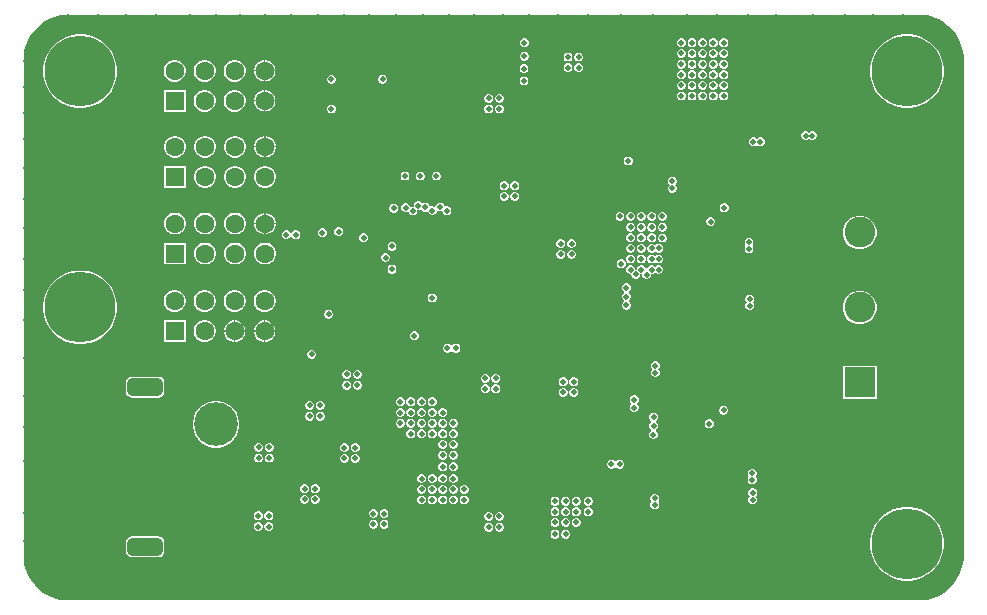
<source format=gbr>
G04*
G04 #@! TF.GenerationSoftware,Altium Limited,Altium Designer,24.10.1 (45)*
G04*
G04 Layer_Physical_Order=2*
G04 Layer_Color=33789*
%FSLAX25Y25*%
%MOIN*%
G70*
G04*
G04 #@! TF.SameCoordinates,CBAACD6F-12D9-4D4A-9EA7-E70620961981*
G04*
G04*
G04 #@! TF.FilePolarity,Positive*
G04*
G01*
G75*
%ADD57C,0.23622*%
%ADD58C,0.06299*%
%ADD59R,0.06299X0.06299*%
%ADD60R,0.10236X0.10236*%
%ADD61C,0.10236*%
%ADD62C,0.14567*%
G04:AMPARAMS|DCode=63|XSize=59.06mil|YSize=118.11mil|CornerRadius=14.76mil|HoleSize=0mil|Usage=FLASHONLY|Rotation=90.000|XOffset=0mil|YOffset=0mil|HoleType=Round|Shape=RoundedRectangle|*
%AMROUNDEDRECTD63*
21,1,0.05906,0.08858,0,0,90.0*
21,1,0.02953,0.11811,0,0,90.0*
1,1,0.02953,0.04429,0.01476*
1,1,0.02953,0.04429,-0.01476*
1,1,0.02953,-0.04429,-0.01476*
1,1,0.02953,-0.04429,0.01476*
%
%ADD63ROUNDEDRECTD63*%
%ADD64C,0.01968*%
G36*
X299213Y196048D02*
X300192D01*
X302134Y195792D01*
X304027Y195285D01*
X305837Y194535D01*
X307534Y193555D01*
X309088Y192363D01*
X310473Y190978D01*
X311666Y189423D01*
X312645Y187727D01*
X313395Y185917D01*
X313902Y184024D01*
X314158Y182082D01*
X314158Y181102D01*
X314158Y15748D01*
Y14769D01*
X313902Y12826D01*
X313395Y10934D01*
X312645Y9124D01*
X311666Y7427D01*
X310473Y5873D01*
X309088Y4487D01*
X307534Y3295D01*
X305837Y2315D01*
X304027Y1566D01*
X302134Y1058D01*
X300192Y803D01*
X14769D01*
X12826Y1058D01*
X10934Y1566D01*
X9124Y2315D01*
X7427Y3295D01*
X5873Y4487D01*
X4487Y5873D01*
X3295Y7427D01*
X2315Y9124D01*
X1566Y10934D01*
X1058Y12826D01*
X803Y14769D01*
Y15748D01*
X803Y181102D01*
Y182082D01*
X1058Y184024D01*
X1566Y185917D01*
X2315Y187727D01*
X3295Y189423D01*
X4487Y190978D01*
X5873Y192363D01*
X7427Y193555D01*
X9124Y194535D01*
X10934Y195285D01*
X12826Y195792D01*
X14769Y196048D01*
X15748Y196048D01*
X299213Y196048D01*
D02*
G37*
%LPC*%
G36*
X234547Y188098D02*
X233957D01*
X233411Y187873D01*
X232994Y187455D01*
X232768Y186909D01*
Y186319D01*
X232994Y185773D01*
X233411Y185356D01*
X233957Y185130D01*
X234547D01*
X235093Y185356D01*
X235510Y185773D01*
X235736Y186319D01*
Y186909D01*
X235510Y187455D01*
X235093Y187873D01*
X234547Y188098D01*
D02*
G37*
G36*
X231004D02*
X230413D01*
X229868Y187873D01*
X229450Y187455D01*
X229224Y186909D01*
Y186319D01*
X229450Y185773D01*
X229868Y185356D01*
X230413Y185130D01*
X231004D01*
X231549Y185356D01*
X231967Y185773D01*
X232193Y186319D01*
Y186909D01*
X231967Y187455D01*
X231549Y187873D01*
X231004Y188098D01*
D02*
G37*
G36*
X227461D02*
X226870D01*
X226325Y187873D01*
X225907Y187455D01*
X225681Y186909D01*
Y186319D01*
X225907Y185773D01*
X226325Y185356D01*
X226870Y185130D01*
X227461D01*
X228006Y185356D01*
X228424Y185773D01*
X228650Y186319D01*
Y186909D01*
X228424Y187455D01*
X228006Y187873D01*
X227461Y188098D01*
D02*
G37*
G36*
X223917D02*
X223327D01*
X222781Y187873D01*
X222364Y187455D01*
X222138Y186909D01*
Y186319D01*
X222364Y185773D01*
X222781Y185356D01*
X223327Y185130D01*
X223917D01*
X224463Y185356D01*
X224880Y185773D01*
X225106Y186319D01*
Y186909D01*
X224880Y187455D01*
X224463Y187873D01*
X223917Y188098D01*
D02*
G37*
G36*
X220374D02*
X219783D01*
X219238Y187873D01*
X218820Y187455D01*
X218595Y186909D01*
Y186319D01*
X218820Y185773D01*
X219238Y185356D01*
X219783Y185130D01*
X220374D01*
X220919Y185356D01*
X221337Y185773D01*
X221563Y186319D01*
Y186909D01*
X221337Y187455D01*
X220919Y187873D01*
X220374Y188098D01*
D02*
G37*
G36*
X168012D02*
X167421D01*
X166876Y187873D01*
X166458Y187455D01*
X166232Y186909D01*
Y186319D01*
X166458Y185773D01*
X166876Y185356D01*
X167421Y185130D01*
X168012D01*
X168557Y185356D01*
X168975Y185773D01*
X169201Y186319D01*
Y186909D01*
X168975Y187455D01*
X168557Y187873D01*
X168012Y188098D01*
D02*
G37*
G36*
X234547Y184555D02*
X233957D01*
X233411Y184329D01*
X232994Y183912D01*
X232768Y183366D01*
Y182776D01*
X232994Y182230D01*
X233411Y181813D01*
X233957Y181587D01*
X234547D01*
X235093Y181813D01*
X235510Y182230D01*
X235736Y182776D01*
Y183366D01*
X235510Y183912D01*
X235093Y184329D01*
X234547Y184555D01*
D02*
G37*
G36*
X231004D02*
X230413D01*
X229868Y184329D01*
X229450Y183912D01*
X229224Y183366D01*
Y182776D01*
X229450Y182230D01*
X229868Y181813D01*
X230413Y181587D01*
X231004D01*
X231549Y181813D01*
X231967Y182230D01*
X232193Y182776D01*
Y183366D01*
X231967Y183912D01*
X231549Y184329D01*
X231004Y184555D01*
D02*
G37*
G36*
X227461D02*
X226870D01*
X226325Y184329D01*
X225907Y183912D01*
X225681Y183366D01*
Y182776D01*
X225907Y182230D01*
X226325Y181813D01*
X226870Y181587D01*
X227461D01*
X228006Y181813D01*
X228424Y182230D01*
X228650Y182776D01*
Y183366D01*
X228424Y183912D01*
X228006Y184329D01*
X227461Y184555D01*
D02*
G37*
G36*
X223917D02*
X223327D01*
X222781Y184329D01*
X222364Y183912D01*
X222138Y183366D01*
Y182776D01*
X222364Y182230D01*
X222781Y181813D01*
X223327Y181587D01*
X223917D01*
X224463Y181813D01*
X224880Y182230D01*
X225106Y182776D01*
Y183366D01*
X224880Y183912D01*
X224463Y184329D01*
X223917Y184555D01*
D02*
G37*
G36*
X220374D02*
X219783D01*
X219238Y184329D01*
X218820Y183912D01*
X218595Y183366D01*
Y182776D01*
X218820Y182230D01*
X219238Y181813D01*
X219783Y181587D01*
X220374D01*
X220919Y181813D01*
X221337Y182230D01*
X221563Y182776D01*
Y183366D01*
X221337Y183912D01*
X220919Y184329D01*
X220374Y184555D01*
D02*
G37*
G36*
X168012Y183669D02*
X167421D01*
X166876Y183443D01*
X166458Y183026D01*
X166232Y182480D01*
Y181890D01*
X166458Y181344D01*
X166876Y180927D01*
X167421Y180701D01*
X168012D01*
X168557Y180927D01*
X168975Y181344D01*
X169201Y181890D01*
Y182480D01*
X168975Y183026D01*
X168557Y183443D01*
X168012Y183669D01*
D02*
G37*
G36*
X186122Y183374D02*
X185531D01*
X184986Y183148D01*
X184569Y182730D01*
X184343Y182185D01*
Y181595D01*
X184569Y181049D01*
X184986Y180631D01*
X185531Y180405D01*
X186122D01*
X186668Y180631D01*
X187085Y181049D01*
X187311Y181595D01*
Y182185D01*
X187085Y182730D01*
X186668Y183148D01*
X186122Y183374D01*
D02*
G37*
G36*
X182579D02*
X181988D01*
X181443Y183148D01*
X181025Y182730D01*
X180799Y182185D01*
Y181595D01*
X181025Y181049D01*
X181443Y180631D01*
X181988Y180405D01*
X182579D01*
X183124Y180631D01*
X183542Y181049D01*
X183768Y181595D01*
Y182185D01*
X183542Y182730D01*
X183124Y183148D01*
X182579Y183374D01*
D02*
G37*
G36*
X234547Y181012D02*
X233957D01*
X233411Y180786D01*
X232994Y180368D01*
X232768Y179823D01*
Y179232D01*
X232994Y178687D01*
X233411Y178269D01*
X233957Y178043D01*
X234547D01*
X235093Y178269D01*
X235510Y178687D01*
X235736Y179232D01*
Y179823D01*
X235510Y180368D01*
X235093Y180786D01*
X234547Y181012D01*
D02*
G37*
G36*
X231004D02*
X230413D01*
X229868Y180786D01*
X229450Y180368D01*
X229224Y179823D01*
Y179232D01*
X229450Y178687D01*
X229868Y178269D01*
X230413Y178043D01*
X231004D01*
X231549Y178269D01*
X231967Y178687D01*
X232193Y179232D01*
Y179823D01*
X231967Y180368D01*
X231549Y180786D01*
X231004Y181012D01*
D02*
G37*
G36*
X227461D02*
X226870D01*
X226325Y180786D01*
X225907Y180368D01*
X225681Y179823D01*
Y179232D01*
X225907Y178687D01*
X226325Y178269D01*
X226870Y178043D01*
X227461D01*
X228006Y178269D01*
X228424Y178687D01*
X228650Y179232D01*
Y179823D01*
X228424Y180368D01*
X228006Y180786D01*
X227461Y181012D01*
D02*
G37*
G36*
X223917D02*
X223327D01*
X222781Y180786D01*
X222364Y180368D01*
X222138Y179823D01*
Y179232D01*
X222364Y178687D01*
X222781Y178269D01*
X223327Y178043D01*
X223917D01*
X224463Y178269D01*
X224880Y178687D01*
X225106Y179232D01*
Y179823D01*
X224880Y180368D01*
X224463Y180786D01*
X223917Y181012D01*
D02*
G37*
G36*
X220374D02*
X219783D01*
X219238Y180786D01*
X218820Y180368D01*
X218595Y179823D01*
Y179232D01*
X218820Y178687D01*
X219238Y178269D01*
X219783Y178043D01*
X220374D01*
X220919Y178269D01*
X221337Y178687D01*
X221563Y179232D01*
Y179823D01*
X221337Y180368D01*
X220919Y180786D01*
X220374Y181012D01*
D02*
G37*
G36*
X81648Y180872D02*
X81381D01*
Y177523D01*
X84731D01*
Y177790D01*
X84489Y178693D01*
X84022Y179502D01*
X83361Y180163D01*
X82551Y180631D01*
X81648Y180872D01*
D02*
G37*
G36*
X80981D02*
X80714D01*
X79811Y180631D01*
X79002Y180163D01*
X78341Y179502D01*
X77873Y178693D01*
X77631Y177790D01*
Y177523D01*
X80981D01*
Y180872D01*
D02*
G37*
G36*
X186122Y179831D02*
X185531D01*
X184986Y179605D01*
X184569Y179187D01*
X184343Y178642D01*
Y178051D01*
X184569Y177506D01*
X184986Y177088D01*
X185531Y176862D01*
X186122D01*
X186668Y177088D01*
X187085Y177506D01*
X187311Y178051D01*
Y178642D01*
X187085Y179187D01*
X186668Y179605D01*
X186122Y179831D01*
D02*
G37*
G36*
X182579D02*
X181988D01*
X181443Y179605D01*
X181025Y179187D01*
X180799Y178642D01*
Y178051D01*
X181025Y177506D01*
X181443Y177088D01*
X181988Y176862D01*
X182579D01*
X183124Y177088D01*
X183542Y177506D01*
X183768Y178051D01*
Y178642D01*
X183542Y179187D01*
X183124Y179605D01*
X182579Y179831D01*
D02*
G37*
G36*
X167913Y179535D02*
X167323D01*
X166777Y179309D01*
X166360Y178892D01*
X166134Y178346D01*
Y177756D01*
X166360Y177210D01*
X166777Y176793D01*
X167323Y176567D01*
X167913D01*
X168459Y176793D01*
X168876Y177210D01*
X169102Y177756D01*
Y178346D01*
X168876Y178892D01*
X168459Y179309D01*
X167913Y179535D01*
D02*
G37*
G36*
X234547Y177469D02*
X233957D01*
X233411Y177243D01*
X232994Y176825D01*
X232768Y176279D01*
Y175689D01*
X232994Y175144D01*
X233411Y174726D01*
X233957Y174500D01*
X234547D01*
X235093Y174726D01*
X235510Y175144D01*
X235736Y175689D01*
Y176279D01*
X235510Y176825D01*
X235093Y177243D01*
X234547Y177469D01*
D02*
G37*
G36*
X231004D02*
X230413D01*
X229868Y177243D01*
X229450Y176825D01*
X229224Y176279D01*
Y175689D01*
X229450Y175144D01*
X229868Y174726D01*
X230413Y174500D01*
X231004D01*
X231549Y174726D01*
X231967Y175144D01*
X232193Y175689D01*
Y176279D01*
X231967Y176825D01*
X231549Y177243D01*
X231004Y177469D01*
D02*
G37*
G36*
X227461D02*
X226870D01*
X226325Y177243D01*
X225907Y176825D01*
X225681Y176279D01*
Y175689D01*
X225907Y175144D01*
X226325Y174726D01*
X226870Y174500D01*
X227461D01*
X228006Y174726D01*
X228424Y175144D01*
X228650Y175689D01*
Y176279D01*
X228424Y176825D01*
X228006Y177243D01*
X227461Y177469D01*
D02*
G37*
G36*
X223917D02*
X223327D01*
X222781Y177243D01*
X222364Y176825D01*
X222138Y176279D01*
Y175689D01*
X222364Y175144D01*
X222781Y174726D01*
X223327Y174500D01*
X223917D01*
X224463Y174726D01*
X224880Y175144D01*
X225106Y175689D01*
Y176279D01*
X224880Y176825D01*
X224463Y177243D01*
X223917Y177469D01*
D02*
G37*
G36*
X220374D02*
X219783D01*
X219238Y177243D01*
X218820Y176825D01*
X218595Y176279D01*
Y175689D01*
X218820Y175144D01*
X219238Y174726D01*
X219783Y174500D01*
X220374D01*
X220919Y174726D01*
X221337Y175144D01*
X221563Y175689D01*
Y176279D01*
X221337Y176825D01*
X220919Y177243D01*
X220374Y177469D01*
D02*
G37*
G36*
X84731Y177123D02*
X81381D01*
Y173773D01*
X81648D01*
X82551Y174015D01*
X83361Y174482D01*
X84022Y175143D01*
X84489Y175953D01*
X84731Y176856D01*
Y177123D01*
D02*
G37*
G36*
X80981D02*
X77631D01*
Y176856D01*
X77873Y175953D01*
X78341Y175143D01*
X79002Y174482D01*
X79811Y174015D01*
X80714Y173773D01*
X80981D01*
Y177123D01*
D02*
G37*
G36*
X71662Y180972D02*
X70701D01*
X69772Y180724D01*
X68940Y180243D01*
X68261Y179564D01*
X67780Y178732D01*
X67532Y177803D01*
Y176842D01*
X67780Y175914D01*
X68261Y175082D01*
X68940Y174402D01*
X69772Y173922D01*
X70701Y173673D01*
X71662D01*
X72590Y173922D01*
X73422Y174402D01*
X74102Y175082D01*
X74582Y175914D01*
X74831Y176842D01*
Y177803D01*
X74582Y178732D01*
X74102Y179564D01*
X73422Y180243D01*
X72590Y180724D01*
X71662Y180972D01*
D02*
G37*
G36*
X61662D02*
X60701D01*
X59772Y180724D01*
X58940Y180243D01*
X58261Y179564D01*
X57780Y178732D01*
X57531Y177803D01*
Y176842D01*
X57780Y175914D01*
X58261Y175082D01*
X58940Y174402D01*
X59772Y173922D01*
X60701Y173673D01*
X61662D01*
X62590Y173922D01*
X63422Y174402D01*
X64101Y175082D01*
X64582Y175914D01*
X64831Y176842D01*
Y177803D01*
X64582Y178732D01*
X64101Y179564D01*
X63422Y180243D01*
X62590Y180724D01*
X61662Y180972D01*
D02*
G37*
G36*
X51662D02*
X50701D01*
X49772Y180724D01*
X48940Y180243D01*
X48261Y179564D01*
X47780Y178732D01*
X47532Y177803D01*
Y176842D01*
X47780Y175914D01*
X48261Y175082D01*
X48940Y174402D01*
X49772Y173922D01*
X50701Y173673D01*
X51662D01*
X52590Y173922D01*
X53422Y174402D01*
X54102Y175082D01*
X54582Y175914D01*
X54831Y176842D01*
Y177803D01*
X54582Y178732D01*
X54102Y179564D01*
X53422Y180243D01*
X52590Y180724D01*
X51662Y180972D01*
D02*
G37*
G36*
X120768Y175992D02*
X120177D01*
X119632Y175766D01*
X119214Y175349D01*
X118988Y174803D01*
Y174213D01*
X119214Y173667D01*
X119632Y173250D01*
X120177Y173024D01*
X120768D01*
X121313Y173250D01*
X121731Y173667D01*
X121957Y174213D01*
Y174803D01*
X121731Y175349D01*
X121313Y175766D01*
X120768Y175992D01*
D02*
G37*
G36*
X103740Y175894D02*
X103150D01*
X102604Y175668D01*
X102187Y175250D01*
X101961Y174705D01*
Y174114D01*
X102187Y173569D01*
X102604Y173151D01*
X103150Y172925D01*
X103740D01*
X104286Y173151D01*
X104703Y173569D01*
X104929Y174114D01*
Y174705D01*
X104703Y175250D01*
X104286Y175668D01*
X103740Y175894D01*
D02*
G37*
G36*
X167913Y175402D02*
X167323D01*
X166777Y175176D01*
X166360Y174758D01*
X166134Y174213D01*
Y173622D01*
X166360Y173077D01*
X166777Y172659D01*
X167323Y172433D01*
X167913D01*
X168459Y172659D01*
X168876Y173077D01*
X169102Y173622D01*
Y174213D01*
X168876Y174758D01*
X168459Y175176D01*
X167913Y175402D01*
D02*
G37*
G36*
X234547Y173925D02*
X233957D01*
X233411Y173699D01*
X232994Y173282D01*
X232768Y172736D01*
Y172146D01*
X232994Y171600D01*
X233411Y171183D01*
X233957Y170957D01*
X234547D01*
X235093Y171183D01*
X235510Y171600D01*
X235736Y172146D01*
Y172736D01*
X235510Y173282D01*
X235093Y173699D01*
X234547Y173925D01*
D02*
G37*
G36*
X231004D02*
X230413D01*
X229868Y173699D01*
X229450Y173282D01*
X229224Y172736D01*
Y172146D01*
X229450Y171600D01*
X229868Y171183D01*
X230413Y170957D01*
X231004D01*
X231549Y171183D01*
X231967Y171600D01*
X232193Y172146D01*
Y172736D01*
X231967Y173282D01*
X231549Y173699D01*
X231004Y173925D01*
D02*
G37*
G36*
X227461D02*
X226870D01*
X226325Y173699D01*
X225907Y173282D01*
X225681Y172736D01*
Y172146D01*
X225907Y171600D01*
X226325Y171183D01*
X226870Y170957D01*
X227461D01*
X228006Y171183D01*
X228424Y171600D01*
X228650Y172146D01*
Y172736D01*
X228424Y173282D01*
X228006Y173699D01*
X227461Y173925D01*
D02*
G37*
G36*
X223917D02*
X223327D01*
X222781Y173699D01*
X222364Y173282D01*
X222138Y172736D01*
Y172146D01*
X222364Y171600D01*
X222781Y171183D01*
X223327Y170957D01*
X223917D01*
X224463Y171183D01*
X224880Y171600D01*
X225106Y172146D01*
Y172736D01*
X224880Y173282D01*
X224463Y173699D01*
X223917Y173925D01*
D02*
G37*
G36*
X220374D02*
X219783D01*
X219238Y173699D01*
X218820Y173282D01*
X218595Y172736D01*
Y172146D01*
X218820Y171600D01*
X219238Y171183D01*
X219783Y170957D01*
X220374D01*
X220919Y171183D01*
X221337Y171600D01*
X221563Y172146D01*
Y172736D01*
X221337Y173282D01*
X220919Y173699D01*
X220374Y173925D01*
D02*
G37*
G36*
X81648Y170872D02*
X81381D01*
Y167523D01*
X84731D01*
Y167790D01*
X84489Y168693D01*
X84022Y169502D01*
X83361Y170163D01*
X82551Y170631D01*
X81648Y170872D01*
D02*
G37*
G36*
X80981D02*
X80714D01*
X79811Y170631D01*
X79002Y170163D01*
X78341Y169502D01*
X77873Y168693D01*
X77631Y167790D01*
Y167523D01*
X80981D01*
Y170872D01*
D02*
G37*
G36*
X234547Y170382D02*
X233957D01*
X233411Y170156D01*
X232994Y169738D01*
X232768Y169193D01*
Y168602D01*
X232994Y168057D01*
X233411Y167639D01*
X233957Y167413D01*
X234547D01*
X235093Y167639D01*
X235510Y168057D01*
X235736Y168602D01*
Y169193D01*
X235510Y169738D01*
X235093Y170156D01*
X234547Y170382D01*
D02*
G37*
G36*
X231004D02*
X230413D01*
X229868Y170156D01*
X229450Y169738D01*
X229224Y169193D01*
Y168602D01*
X229450Y168057D01*
X229868Y167639D01*
X230413Y167413D01*
X231004D01*
X231549Y167639D01*
X231967Y168057D01*
X232193Y168602D01*
Y169193D01*
X231967Y169738D01*
X231549Y170156D01*
X231004Y170382D01*
D02*
G37*
G36*
X227461D02*
X226870D01*
X226325Y170156D01*
X225907Y169738D01*
X225681Y169193D01*
Y168602D01*
X225907Y168057D01*
X226325Y167639D01*
X226870Y167413D01*
X227461D01*
X228006Y167639D01*
X228424Y168057D01*
X228650Y168602D01*
Y169193D01*
X228424Y169738D01*
X228006Y170156D01*
X227461Y170382D01*
D02*
G37*
G36*
X223917D02*
X223327D01*
X222781Y170156D01*
X222364Y169738D01*
X222138Y169193D01*
Y168602D01*
X222364Y168057D01*
X222781Y167639D01*
X223327Y167413D01*
X223917D01*
X224463Y167639D01*
X224880Y168057D01*
X225106Y168602D01*
Y169193D01*
X224880Y169738D01*
X224463Y170156D01*
X223917Y170382D01*
D02*
G37*
G36*
X220374D02*
X219783D01*
X219238Y170156D01*
X218820Y169738D01*
X218595Y169193D01*
Y168602D01*
X218820Y168057D01*
X219238Y167639D01*
X219783Y167413D01*
X220374D01*
X220919Y167639D01*
X221337Y168057D01*
X221563Y168602D01*
Y169193D01*
X221337Y169738D01*
X220919Y170156D01*
X220374Y170382D01*
D02*
G37*
G36*
X159744Y169595D02*
X159154D01*
X158608Y169369D01*
X158191Y168951D01*
X157965Y168405D01*
Y167815D01*
X158191Y167270D01*
X158608Y166852D01*
X159154Y166626D01*
X159744D01*
X160290Y166852D01*
X160707Y167270D01*
X160933Y167815D01*
Y168405D01*
X160707Y168951D01*
X160290Y169369D01*
X159744Y169595D01*
D02*
G37*
G36*
X156201D02*
X155610D01*
X155065Y169369D01*
X154647Y168951D01*
X154421Y168405D01*
Y167815D01*
X154647Y167270D01*
X155065Y166852D01*
X155610Y166626D01*
X156201D01*
X156746Y166852D01*
X157164Y167270D01*
X157390Y167815D01*
Y168405D01*
X157164Y168951D01*
X156746Y169369D01*
X156201Y169595D01*
D02*
G37*
G36*
X296245Y189476D02*
X294307D01*
X292393Y189173D01*
X290550Y188574D01*
X288823Y187695D01*
X287256Y186556D01*
X285885Y185185D01*
X284746Y183618D01*
X283867Y181891D01*
X283268Y180048D01*
X282965Y178134D01*
Y176197D01*
X283268Y174283D01*
X283867Y172440D01*
X284746Y170713D01*
X285885Y169145D01*
X287256Y167775D01*
X288823Y166636D01*
X290550Y165756D01*
X292393Y165157D01*
X294307Y164854D01*
X296245D01*
X298158Y165157D01*
X300001Y165756D01*
X301728Y166636D01*
X303296Y167775D01*
X304666Y169145D01*
X305805Y170713D01*
X306685Y172440D01*
X307283Y174283D01*
X307587Y176197D01*
Y178134D01*
X307283Y180048D01*
X306685Y181891D01*
X305805Y183618D01*
X304666Y185185D01*
X303296Y186556D01*
X301728Y187695D01*
X300001Y188574D01*
X298158Y189173D01*
X296245Y189476D01*
D02*
G37*
G36*
X20654D02*
X18716D01*
X16802Y189173D01*
X14959Y188574D01*
X13233Y187695D01*
X11665Y186556D01*
X10295Y185185D01*
X9156Y183618D01*
X8276Y181891D01*
X7677Y180048D01*
X7374Y178134D01*
Y176197D01*
X7677Y174283D01*
X8276Y172440D01*
X9156Y170713D01*
X10295Y169145D01*
X11665Y167775D01*
X13233Y166636D01*
X14959Y165756D01*
X16802Y165157D01*
X18716Y164854D01*
X20654D01*
X22568Y165157D01*
X24411Y165756D01*
X26137Y166636D01*
X27705Y167775D01*
X29075Y169145D01*
X30214Y170713D01*
X31094Y172440D01*
X31693Y174283D01*
X31996Y176197D01*
Y178134D01*
X31693Y180048D01*
X31094Y181891D01*
X30214Y183618D01*
X29075Y185185D01*
X27705Y186556D01*
X26137Y187695D01*
X24411Y188574D01*
X22568Y189173D01*
X20654Y189476D01*
D02*
G37*
G36*
X84731Y167123D02*
X81381D01*
Y163773D01*
X81648D01*
X82551Y164015D01*
X83361Y164482D01*
X84022Y165143D01*
X84489Y165953D01*
X84731Y166856D01*
Y167123D01*
D02*
G37*
G36*
X80981D02*
X77631D01*
Y166856D01*
X77873Y165953D01*
X78341Y165143D01*
X79002Y164482D01*
X79811Y164015D01*
X80714Y163773D01*
X80981D01*
Y167123D01*
D02*
G37*
G36*
X71662Y170972D02*
X70701D01*
X69772Y170724D01*
X68940Y170243D01*
X68261Y169564D01*
X67780Y168731D01*
X67532Y167803D01*
Y166842D01*
X67780Y165914D01*
X68261Y165082D01*
X68940Y164402D01*
X69772Y163922D01*
X70701Y163673D01*
X71662D01*
X72590Y163922D01*
X73422Y164402D01*
X74102Y165082D01*
X74582Y165914D01*
X74831Y166842D01*
Y167803D01*
X74582Y168731D01*
X74102Y169564D01*
X73422Y170243D01*
X72590Y170724D01*
X71662Y170972D01*
D02*
G37*
G36*
X61662D02*
X60701D01*
X59772Y170724D01*
X58940Y170243D01*
X58261Y169564D01*
X57780Y168731D01*
X57531Y167803D01*
Y166842D01*
X57780Y165914D01*
X58261Y165082D01*
X58940Y164402D01*
X59772Y163922D01*
X60701Y163673D01*
X61662D01*
X62590Y163922D01*
X63422Y164402D01*
X64101Y165082D01*
X64582Y165914D01*
X64831Y166842D01*
Y167803D01*
X64582Y168731D01*
X64101Y169564D01*
X63422Y170243D01*
X62590Y170724D01*
X61662Y170972D01*
D02*
G37*
G36*
X54831D02*
X47532D01*
Y163673D01*
X54831D01*
Y170972D01*
D02*
G37*
G36*
X159744Y166051D02*
X159154D01*
X158608Y165825D01*
X158191Y165408D01*
X157965Y164862D01*
Y164272D01*
X158191Y163726D01*
X158608Y163309D01*
X159154Y163083D01*
X159744D01*
X160290Y163309D01*
X160707Y163726D01*
X160933Y164272D01*
Y164862D01*
X160707Y165408D01*
X160290Y165825D01*
X159744Y166051D01*
D02*
G37*
G36*
X156201D02*
X155610D01*
X155065Y165825D01*
X154647Y165408D01*
X154421Y164862D01*
Y164272D01*
X154647Y163726D01*
X155065Y163309D01*
X155610Y163083D01*
X156201D01*
X156746Y163309D01*
X157164Y163726D01*
X157390Y164272D01*
Y164862D01*
X157164Y165408D01*
X156746Y165825D01*
X156201Y166051D01*
D02*
G37*
G36*
X103740D02*
X103150D01*
X102604Y165825D01*
X102187Y165408D01*
X101961Y164862D01*
Y164272D01*
X102187Y163726D01*
X102604Y163309D01*
X103150Y163083D01*
X103740D01*
X104286Y163309D01*
X104703Y163726D01*
X104929Y164272D01*
Y164862D01*
X104703Y165408D01*
X104286Y165825D01*
X103740Y166051D01*
D02*
G37*
G36*
X263976Y157193D02*
X263386D01*
X262840Y156967D01*
X262598Y156725D01*
X262356Y156967D01*
X261811Y157193D01*
X261221D01*
X260675Y156967D01*
X260258Y156549D01*
X260032Y156004D01*
Y155413D01*
X260258Y154868D01*
X260675Y154450D01*
X261221Y154224D01*
X261811D01*
X262356Y154450D01*
X262598Y154692D01*
X262840Y154450D01*
X263386Y154224D01*
X263976D01*
X264522Y154450D01*
X264939Y154868D01*
X265165Y155413D01*
Y156004D01*
X264939Y156549D01*
X264522Y156967D01*
X263976Y157193D01*
D02*
G37*
G36*
X246654Y155126D02*
X246063D01*
X245517Y154900D01*
X245226Y154609D01*
X244935Y154900D01*
X244390Y155126D01*
X243799D01*
X243254Y154900D01*
X242836Y154482D01*
X242610Y153937D01*
Y153347D01*
X242836Y152801D01*
X243254Y152383D01*
X243799Y152157D01*
X244390D01*
X244935Y152383D01*
X245226Y152675D01*
X245517Y152383D01*
X246063Y152157D01*
X246654D01*
X247199Y152383D01*
X247617Y152801D01*
X247843Y153347D01*
Y153937D01*
X247617Y154482D01*
X247199Y154900D01*
X246654Y155126D01*
D02*
G37*
G36*
X81749Y155541D02*
X81482D01*
Y152191D01*
X84832D01*
Y152458D01*
X84590Y153361D01*
X84123Y154170D01*
X83462Y154831D01*
X82652Y155299D01*
X81749Y155541D01*
D02*
G37*
G36*
X81082D02*
X80815D01*
X79912Y155299D01*
X79103Y154831D01*
X78442Y154170D01*
X77974Y153361D01*
X77733Y152458D01*
Y152191D01*
X81082D01*
Y155541D01*
D02*
G37*
G36*
X84832Y151791D02*
X81482D01*
Y148441D01*
X81749D01*
X82652Y148683D01*
X83462Y149151D01*
X84123Y149811D01*
X84590Y150621D01*
X84832Y151524D01*
Y151791D01*
D02*
G37*
G36*
X81082D02*
X77733D01*
Y151524D01*
X77974Y150621D01*
X78442Y149811D01*
X79103Y149151D01*
X79912Y148683D01*
X80815Y148441D01*
X81082D01*
Y151791D01*
D02*
G37*
G36*
X71763Y155640D02*
X70802D01*
X69873Y155392D01*
X69041Y154911D01*
X68362Y154232D01*
X67881Y153400D01*
X67633Y152471D01*
Y151510D01*
X67881Y150582D01*
X68362Y149750D01*
X69041Y149071D01*
X69873Y148590D01*
X70802Y148341D01*
X71763D01*
X72691Y148590D01*
X73523Y149071D01*
X74203Y149750D01*
X74683Y150582D01*
X74932Y151510D01*
Y152471D01*
X74683Y153400D01*
X74203Y154232D01*
X73523Y154911D01*
X72691Y155392D01*
X71763Y155640D01*
D02*
G37*
G36*
X61763D02*
X60802D01*
X59873Y155392D01*
X59041Y154911D01*
X58362Y154232D01*
X57881Y153400D01*
X57633Y152471D01*
Y151510D01*
X57881Y150582D01*
X58362Y149750D01*
X59041Y149071D01*
X59873Y148590D01*
X60802Y148341D01*
X61763D01*
X62691Y148590D01*
X63523Y149071D01*
X64203Y149750D01*
X64683Y150582D01*
X64932Y151510D01*
Y152471D01*
X64683Y153400D01*
X64203Y154232D01*
X63523Y154911D01*
X62691Y155392D01*
X61763Y155640D01*
D02*
G37*
G36*
X51763D02*
X50802D01*
X49874Y155392D01*
X49041Y154911D01*
X48362Y154232D01*
X47881Y153400D01*
X47633Y152471D01*
Y151510D01*
X47881Y150582D01*
X48362Y149750D01*
X49041Y149071D01*
X49874Y148590D01*
X50802Y148341D01*
X51763D01*
X52691Y148590D01*
X53523Y149071D01*
X54203Y149750D01*
X54683Y150582D01*
X54932Y151510D01*
Y152471D01*
X54683Y153400D01*
X54203Y154232D01*
X53523Y154911D01*
X52691Y155392D01*
X51763Y155640D01*
D02*
G37*
G36*
X202657Y148728D02*
X202067D01*
X201521Y148502D01*
X201104Y148085D01*
X200878Y147539D01*
Y146949D01*
X201104Y146403D01*
X201521Y145986D01*
X202067Y145760D01*
X202657D01*
X203203Y145986D01*
X203621Y146403D01*
X203847Y146949D01*
Y147539D01*
X203621Y148085D01*
X203203Y148502D01*
X202657Y148728D01*
D02*
G37*
G36*
X138681Y143709D02*
X138091D01*
X137545Y143483D01*
X137127Y143065D01*
X136902Y142520D01*
Y141929D01*
X137127Y141384D01*
X137545Y140966D01*
X138091Y140740D01*
X138681D01*
X139227Y140966D01*
X139644Y141384D01*
X139870Y141929D01*
Y142520D01*
X139644Y143065D01*
X139227Y143483D01*
X138681Y143709D01*
D02*
G37*
G36*
X133268D02*
X132677D01*
X132132Y143483D01*
X131714Y143065D01*
X131488Y142520D01*
Y141929D01*
X131714Y141384D01*
X132132Y140966D01*
X132677Y140740D01*
X133268D01*
X133813Y140966D01*
X134231Y141384D01*
X134457Y141929D01*
Y142520D01*
X134231Y143065D01*
X133813Y143483D01*
X133268Y143709D01*
D02*
G37*
G36*
X128248D02*
X127657D01*
X127112Y143483D01*
X126695Y143065D01*
X126469Y142520D01*
Y141929D01*
X126695Y141384D01*
X127112Y140966D01*
X127657Y140740D01*
X128248D01*
X128794Y140966D01*
X129211Y141384D01*
X129437Y141929D01*
Y142520D01*
X129211Y143065D01*
X128794Y143483D01*
X128248Y143709D01*
D02*
G37*
G36*
X81763Y145641D02*
X80802D01*
X79874Y145392D01*
X79041Y144911D01*
X78362Y144232D01*
X77881Y143400D01*
X77633Y142471D01*
Y141510D01*
X77881Y140582D01*
X78362Y139750D01*
X79041Y139070D01*
X79874Y138590D01*
X80802Y138341D01*
X81763D01*
X82691Y138590D01*
X83523Y139070D01*
X84203Y139750D01*
X84683Y140582D01*
X84932Y141510D01*
Y142471D01*
X84683Y143400D01*
X84203Y144232D01*
X83523Y144911D01*
X82691Y145392D01*
X81763Y145641D01*
D02*
G37*
G36*
X71763D02*
X70802D01*
X69873Y145392D01*
X69041Y144911D01*
X68362Y144232D01*
X67881Y143400D01*
X67633Y142471D01*
Y141510D01*
X67881Y140582D01*
X68362Y139750D01*
X69041Y139070D01*
X69873Y138590D01*
X70802Y138341D01*
X71763D01*
X72691Y138590D01*
X73523Y139070D01*
X74203Y139750D01*
X74683Y140582D01*
X74932Y141510D01*
Y142471D01*
X74683Y143400D01*
X74203Y144232D01*
X73523Y144911D01*
X72691Y145392D01*
X71763Y145641D01*
D02*
G37*
G36*
X61763D02*
X60802D01*
X59873Y145392D01*
X59041Y144911D01*
X58362Y144232D01*
X57881Y143400D01*
X57633Y142471D01*
Y141510D01*
X57881Y140582D01*
X58362Y139750D01*
X59041Y139070D01*
X59873Y138590D01*
X60802Y138341D01*
X61763D01*
X62691Y138590D01*
X63523Y139070D01*
X64203Y139750D01*
X64683Y140582D01*
X64932Y141510D01*
Y142471D01*
X64683Y143400D01*
X64203Y144232D01*
X63523Y144911D01*
X62691Y145392D01*
X61763Y145641D01*
D02*
G37*
G36*
X54932D02*
X47633D01*
Y138341D01*
X54932D01*
Y145641D01*
D02*
G37*
G36*
X164862Y140461D02*
X164272D01*
X163726Y140235D01*
X163309Y139817D01*
X163083Y139272D01*
Y138681D01*
X163309Y138136D01*
X163726Y137718D01*
X164272Y137492D01*
X164862D01*
X165408Y137718D01*
X165825Y138136D01*
X166051Y138681D01*
Y139272D01*
X165825Y139817D01*
X165408Y140235D01*
X164862Y140461D01*
D02*
G37*
G36*
X161319D02*
X160728D01*
X160183Y140235D01*
X159765Y139817D01*
X159539Y139272D01*
Y138681D01*
X159765Y138136D01*
X160183Y137718D01*
X160728Y137492D01*
X161319D01*
X161864Y137718D01*
X162282Y138136D01*
X162508Y138681D01*
Y139272D01*
X162282Y139817D01*
X161864Y140235D01*
X161319Y140461D01*
D02*
G37*
G36*
X217323Y142035D02*
X216732D01*
X216187Y141809D01*
X215769Y141392D01*
X215543Y140846D01*
Y140256D01*
X215769Y139710D01*
X216180Y139299D01*
X215804Y138923D01*
X215579Y138378D01*
Y137787D01*
X215804Y137242D01*
X216222Y136824D01*
X216768Y136598D01*
X217358D01*
X217903Y136824D01*
X218321Y137242D01*
X218547Y137787D01*
Y138378D01*
X218321Y138923D01*
X217910Y139334D01*
X218286Y139710D01*
X218512Y140256D01*
Y140846D01*
X218286Y141392D01*
X217868Y141809D01*
X217323Y142035D01*
D02*
G37*
G36*
X164862Y136917D02*
X164272D01*
X163726Y136691D01*
X163309Y136274D01*
X163083Y135728D01*
Y135138D01*
X163309Y134592D01*
X163726Y134175D01*
X164272Y133949D01*
X164862D01*
X165408Y134175D01*
X165825Y134592D01*
X166051Y135138D01*
Y135728D01*
X165825Y136274D01*
X165408Y136691D01*
X164862Y136917D01*
D02*
G37*
G36*
X161319D02*
X160728D01*
X160183Y136691D01*
X159765Y136274D01*
X159539Y135728D01*
Y135138D01*
X159765Y134592D01*
X160183Y134175D01*
X160728Y133949D01*
X161319D01*
X161864Y134175D01*
X162282Y134592D01*
X162508Y135138D01*
Y135728D01*
X162282Y136274D01*
X161864Y136691D01*
X161319Y136917D01*
D02*
G37*
G36*
X132606Y133786D02*
X132016D01*
X131470Y133560D01*
X131053Y133142D01*
X130827Y132597D01*
Y132068D01*
X130243D01*
X130034Y131982D01*
X129636Y131988D01*
X129553Y132183D01*
X129408Y132534D01*
X128990Y132951D01*
X128445Y133177D01*
X127854D01*
X127309Y132951D01*
X126891Y132534D01*
X126665Y131988D01*
Y131398D01*
X126891Y130852D01*
X127309Y130435D01*
X127854Y130209D01*
X128445D01*
X128654Y130295D01*
X129052Y130289D01*
X129134Y130094D01*
X129280Y129743D01*
X129697Y129326D01*
X130243Y129100D01*
X130833D01*
X131379Y129326D01*
X131796Y129743D01*
X132022Y130289D01*
Y130817D01*
X132606D01*
X133152Y131043D01*
X133162Y131054D01*
X133476Y130991D01*
X133894Y130574D01*
X134439Y130348D01*
X135030D01*
X135222Y130428D01*
X135622Y130413D01*
X135848Y129868D01*
X136266Y129450D01*
X136811Y129224D01*
X137401D01*
X137947Y129450D01*
X138365Y129868D01*
X138560Y130341D01*
X138645Y130434D01*
X138991Y130563D01*
X139370Y130405D01*
X139961D01*
X140090Y130459D01*
X140501Y130196D01*
X140683Y129758D01*
X141100Y129340D01*
X141646Y129114D01*
X142236D01*
X142782Y129340D01*
X143199Y129758D01*
X143425Y130303D01*
Y130894D01*
X143199Y131439D01*
X142782Y131857D01*
X142236Y132083D01*
X141646D01*
X141516Y132029D01*
X141105Y132292D01*
X140924Y132730D01*
X140506Y133148D01*
X139961Y133374D01*
X139370D01*
X138825Y133148D01*
X138407Y132730D01*
X138211Y132258D01*
X138127Y132165D01*
X137781Y132036D01*
X137401Y132193D01*
X136811D01*
X136619Y132113D01*
X136219Y132127D01*
X135993Y132673D01*
X135575Y133090D01*
X135030Y133316D01*
X134439D01*
X133894Y133090D01*
X133883Y133080D01*
X133569Y133142D01*
X133152Y133560D01*
X132606Y133786D01*
D02*
G37*
G36*
X234646Y133079D02*
X234055D01*
X233510Y132853D01*
X233092Y132435D01*
X232866Y131890D01*
Y131299D01*
X233092Y130754D01*
X233510Y130336D01*
X234055Y130110D01*
X234646D01*
X235191Y130336D01*
X235609Y130754D01*
X235835Y131299D01*
Y131890D01*
X235609Y132435D01*
X235191Y132853D01*
X234646Y133079D01*
D02*
G37*
G36*
X124508Y132980D02*
X123917D01*
X123372Y132754D01*
X122954Y132337D01*
X122728Y131791D01*
Y131201D01*
X122954Y130655D01*
X123372Y130238D01*
X123917Y130012D01*
X124508D01*
X125053Y130238D01*
X125471Y130655D01*
X125697Y131201D01*
Y131791D01*
X125471Y132337D01*
X125053Y132754D01*
X124508Y132980D01*
D02*
G37*
G36*
X214075Y130224D02*
X213484D01*
X212939Y129999D01*
X212521Y129581D01*
X212295Y129035D01*
Y128445D01*
X212521Y127899D01*
X212939Y127482D01*
X213484Y127256D01*
X214075D01*
X214620Y127482D01*
X215038Y127899D01*
X215264Y128445D01*
Y129035D01*
X215038Y129581D01*
X214620Y129999D01*
X214075Y130224D01*
D02*
G37*
G36*
X210531D02*
X209941D01*
X209396Y129999D01*
X208978Y129581D01*
X208752Y129035D01*
Y128445D01*
X208978Y127899D01*
X209396Y127482D01*
X209941Y127256D01*
X210531D01*
X211077Y127482D01*
X211494Y127899D01*
X211720Y128445D01*
Y129035D01*
X211494Y129581D01*
X211077Y129999D01*
X210531Y130224D01*
D02*
G37*
G36*
X206988D02*
X206398D01*
X205852Y129999D01*
X205435Y129581D01*
X205209Y129035D01*
Y128445D01*
X205435Y127899D01*
X205852Y127482D01*
X206398Y127256D01*
X206988D01*
X207534Y127482D01*
X207951Y127899D01*
X208177Y128445D01*
Y129035D01*
X207951Y129581D01*
X207534Y129999D01*
X206988Y130224D01*
D02*
G37*
G36*
X203445D02*
X202854D01*
X202309Y129999D01*
X201891Y129581D01*
X201665Y129035D01*
Y128445D01*
X201891Y127899D01*
X202309Y127482D01*
X202854Y127256D01*
X203445D01*
X203990Y127482D01*
X204408Y127899D01*
X204634Y128445D01*
Y129035D01*
X204408Y129581D01*
X203990Y129999D01*
X203445Y130224D01*
D02*
G37*
G36*
X199901D02*
X199311D01*
X198766Y129999D01*
X198348Y129581D01*
X198122Y129035D01*
Y128445D01*
X198348Y127899D01*
X198766Y127482D01*
X199311Y127256D01*
X199901D01*
X200447Y127482D01*
X200865Y127899D01*
X201091Y128445D01*
Y129035D01*
X200865Y129581D01*
X200447Y129999D01*
X199901Y130224D01*
D02*
G37*
G36*
X81749Y129950D02*
X81482D01*
Y126600D01*
X84832D01*
Y126868D01*
X84590Y127770D01*
X84123Y128580D01*
X83462Y129241D01*
X82652Y129708D01*
X81749Y129950D01*
D02*
G37*
G36*
X81082D02*
X80815D01*
X79912Y129708D01*
X79103Y129241D01*
X78442Y128580D01*
X77974Y127770D01*
X77733Y126868D01*
Y126600D01*
X81082D01*
Y129950D01*
D02*
G37*
G36*
X230118Y128551D02*
X229528D01*
X228982Y128325D01*
X228565Y127908D01*
X228339Y127362D01*
Y126772D01*
X228565Y126226D01*
X228982Y125809D01*
X229528Y125583D01*
X230118D01*
X230664Y125809D01*
X231081Y126226D01*
X231307Y126772D01*
Y127362D01*
X231081Y127908D01*
X230664Y128325D01*
X230118Y128551D01*
D02*
G37*
G36*
X214075Y126681D02*
X213484D01*
X212939Y126455D01*
X212521Y126038D01*
X212295Y125492D01*
Y124902D01*
X212521Y124356D01*
X212939Y123939D01*
X213484Y123713D01*
X214075D01*
X214620Y123939D01*
X215038Y124356D01*
X215264Y124902D01*
Y125492D01*
X215038Y126038D01*
X214620Y126455D01*
X214075Y126681D01*
D02*
G37*
G36*
X210531D02*
X209941D01*
X209396Y126455D01*
X208978Y126038D01*
X208752Y125492D01*
Y124902D01*
X208978Y124356D01*
X209396Y123939D01*
X209941Y123713D01*
X210531D01*
X211077Y123939D01*
X211494Y124356D01*
X211720Y124902D01*
Y125492D01*
X211494Y126038D01*
X211077Y126455D01*
X210531Y126681D01*
D02*
G37*
G36*
X206988D02*
X206398D01*
X205852Y126455D01*
X205435Y126038D01*
X205209Y125492D01*
Y124902D01*
X205435Y124356D01*
X205852Y123939D01*
X206398Y123713D01*
X206988D01*
X207534Y123939D01*
X207951Y124356D01*
X208177Y124902D01*
Y125492D01*
X207951Y126038D01*
X207534Y126455D01*
X206988Y126681D01*
D02*
G37*
G36*
X203445D02*
X202854D01*
X202309Y126455D01*
X201891Y126038D01*
X201665Y125492D01*
Y124902D01*
X201891Y124356D01*
X202309Y123939D01*
X202854Y123713D01*
X203445D01*
X203990Y123939D01*
X204408Y124356D01*
X204634Y124902D01*
Y125492D01*
X204408Y126038D01*
X203990Y126455D01*
X203445Y126681D01*
D02*
G37*
G36*
X84832Y126200D02*
X81482D01*
Y122851D01*
X81749D01*
X82652Y123093D01*
X83462Y123560D01*
X84123Y124221D01*
X84590Y125030D01*
X84832Y125933D01*
Y126200D01*
D02*
G37*
G36*
X81082D02*
X77733D01*
Y125933D01*
X77974Y125030D01*
X78442Y124221D01*
X79103Y123560D01*
X79912Y123093D01*
X80815Y122851D01*
X81082D01*
Y126200D01*
D02*
G37*
G36*
X71763Y130050D02*
X70802D01*
X69873Y129801D01*
X69041Y129321D01*
X68362Y128641D01*
X67881Y127809D01*
X67633Y126881D01*
Y125920D01*
X67881Y124992D01*
X68362Y124159D01*
X69041Y123480D01*
X69873Y123000D01*
X70802Y122751D01*
X71763D01*
X72691Y123000D01*
X73523Y123480D01*
X74203Y124159D01*
X74683Y124992D01*
X74932Y125920D01*
Y126881D01*
X74683Y127809D01*
X74203Y128641D01*
X73523Y129321D01*
X72691Y129801D01*
X71763Y130050D01*
D02*
G37*
G36*
X61763D02*
X60802D01*
X59873Y129801D01*
X59041Y129321D01*
X58362Y128641D01*
X57881Y127809D01*
X57633Y126881D01*
Y125920D01*
X57881Y124992D01*
X58362Y124159D01*
X59041Y123480D01*
X59873Y123000D01*
X60802Y122751D01*
X61763D01*
X62691Y123000D01*
X63523Y123480D01*
X64203Y124159D01*
X64683Y124992D01*
X64932Y125920D01*
Y126881D01*
X64683Y127809D01*
X64203Y128641D01*
X63523Y129321D01*
X62691Y129801D01*
X61763Y130050D01*
D02*
G37*
G36*
X51763D02*
X50802D01*
X49874Y129801D01*
X49041Y129321D01*
X48362Y128641D01*
X47881Y127809D01*
X47633Y126881D01*
Y125920D01*
X47881Y124992D01*
X48362Y124159D01*
X49041Y123480D01*
X49874Y123000D01*
X50802Y122751D01*
X51763D01*
X52691Y123000D01*
X53523Y123480D01*
X54203Y124159D01*
X54683Y124992D01*
X54932Y125920D01*
Y126881D01*
X54683Y127809D01*
X54203Y128641D01*
X53523Y129321D01*
X52691Y129801D01*
X51763Y130050D01*
D02*
G37*
G36*
X106201Y125157D02*
X105610D01*
X105065Y124931D01*
X104647Y124513D01*
X104421Y123968D01*
Y123377D01*
X104647Y122832D01*
X105065Y122414D01*
X105610Y122188D01*
X106201D01*
X106746Y122414D01*
X107164Y122832D01*
X107390Y123377D01*
Y123968D01*
X107164Y124513D01*
X106746Y124931D01*
X106201Y125157D01*
D02*
G37*
G36*
X100689Y124811D02*
X100099D01*
X99553Y124585D01*
X99135Y124168D01*
X98909Y123622D01*
Y123031D01*
X99135Y122486D01*
X99553Y122069D01*
X100099Y121843D01*
X100689D01*
X101234Y122069D01*
X101652Y122486D01*
X101878Y123031D01*
Y123622D01*
X101652Y124168D01*
X101234Y124585D01*
X100689Y124811D01*
D02*
G37*
G36*
X88681Y124182D02*
X88091D01*
X87545Y123956D01*
X87128Y123538D01*
X86902Y122993D01*
Y122403D01*
X87128Y121857D01*
X87545Y121440D01*
X88091Y121213D01*
X88681D01*
X89227Y121440D01*
X89644Y121857D01*
X89732Y122069D01*
X90165D01*
X90277Y121797D01*
X90695Y121379D01*
X91240Y121153D01*
X91831D01*
X92376Y121379D01*
X92794Y121797D01*
X93020Y122343D01*
Y122933D01*
X92794Y123479D01*
X92376Y123896D01*
X91831Y124122D01*
X91240D01*
X90695Y123896D01*
X90277Y123479D01*
X90189Y123267D01*
X89757D01*
X89644Y123538D01*
X89227Y123956D01*
X88681Y124182D01*
D02*
G37*
G36*
X210531Y123138D02*
X209941D01*
X209396Y122912D01*
X208978Y122494D01*
X208752Y121949D01*
Y121358D01*
X208978Y120813D01*
X209396Y120395D01*
X209941Y120169D01*
X210531D01*
X211077Y120395D01*
X211494Y120813D01*
X211720Y121358D01*
Y121949D01*
X211494Y122494D01*
X211077Y122912D01*
X210531Y123138D01*
D02*
G37*
G36*
X206988D02*
X206398D01*
X205852Y122912D01*
X205435Y122494D01*
X205209Y121949D01*
Y121358D01*
X205435Y120813D01*
X205852Y120395D01*
X206398Y120169D01*
X206988D01*
X207534Y120395D01*
X207951Y120813D01*
X208177Y121358D01*
Y121949D01*
X207951Y122494D01*
X207534Y122912D01*
X206988Y123138D01*
D02*
G37*
G36*
X203445D02*
X202854D01*
X202309Y122912D01*
X201891Y122494D01*
X201665Y121949D01*
Y121358D01*
X201891Y120813D01*
X202309Y120395D01*
X202854Y120169D01*
X203445D01*
X203990Y120395D01*
X204408Y120813D01*
X204634Y121358D01*
Y121949D01*
X204408Y122494D01*
X203990Y122912D01*
X203445Y123138D01*
D02*
G37*
G36*
X114469D02*
X113878D01*
X113332Y122912D01*
X112915Y122494D01*
X112689Y121949D01*
Y121358D01*
X112915Y120813D01*
X113332Y120395D01*
X113878Y120169D01*
X114469D01*
X115014Y120395D01*
X115431Y120813D01*
X115657Y121358D01*
Y121949D01*
X115431Y122494D01*
X115014Y122912D01*
X114469Y123138D01*
D02*
G37*
G36*
X214075Y123041D02*
X213484D01*
X212939Y122815D01*
X212521Y122397D01*
X212295Y121852D01*
Y121261D01*
X212521Y120716D01*
X212939Y120298D01*
X213484Y120072D01*
X214075D01*
X214620Y120298D01*
X215038Y120716D01*
X215264Y121261D01*
Y121852D01*
X215038Y122397D01*
X214620Y122815D01*
X214075Y123041D01*
D02*
G37*
G36*
X212875Y119641D02*
X212284D01*
X211739Y119415D01*
X211385Y119061D01*
X211077Y119369D01*
X210531Y119595D01*
X209941D01*
X209396Y119369D01*
X208978Y118951D01*
X208752Y118405D01*
Y117815D01*
X208978Y117270D01*
X209396Y116852D01*
X209941Y116626D01*
X210531D01*
X211077Y116852D01*
X211431Y117206D01*
X211739Y116898D01*
X212284Y116672D01*
X212875D01*
X213420Y116898D01*
X213838Y117316D01*
X214064Y117861D01*
Y118452D01*
X213838Y118997D01*
X213420Y119415D01*
X212875Y119641D01*
D02*
G37*
G36*
X183760Y121169D02*
X183169D01*
X182624Y120943D01*
X182206Y120526D01*
X181980Y119980D01*
Y119390D01*
X182206Y118844D01*
X182624Y118427D01*
X183169Y118201D01*
X183760D01*
X184305Y118427D01*
X184723Y118844D01*
X184949Y119390D01*
Y119980D01*
X184723Y120526D01*
X184305Y120943D01*
X183760Y121169D01*
D02*
G37*
G36*
X180217D02*
X179626D01*
X179080Y120943D01*
X178663Y120526D01*
X178437Y119980D01*
Y119390D01*
X178663Y118844D01*
X179080Y118427D01*
X179626Y118201D01*
X180217D01*
X180762Y118427D01*
X181179Y118844D01*
X181405Y119390D01*
Y119980D01*
X181179Y120526D01*
X180762Y120943D01*
X180217Y121169D01*
D02*
G37*
G36*
X280267Y129043D02*
X278788D01*
X277359Y128660D01*
X276078Y127921D01*
X275032Y126875D01*
X274292Y125594D01*
X273909Y124165D01*
Y122686D01*
X274292Y121257D01*
X275032Y119976D01*
X276078Y118930D01*
X277359Y118190D01*
X278788Y117807D01*
X280267D01*
X281696Y118190D01*
X282977Y118930D01*
X284023Y119976D01*
X284763Y121257D01*
X285146Y122686D01*
Y124165D01*
X284763Y125594D01*
X284023Y126875D01*
X282977Y127921D01*
X281696Y128660D01*
X280267Y129043D01*
D02*
G37*
G36*
X123917Y120244D02*
X123327D01*
X122781Y120018D01*
X122364Y119600D01*
X122138Y119055D01*
Y118465D01*
X122364Y117919D01*
X122781Y117501D01*
X123327Y117276D01*
X123917D01*
X124463Y117501D01*
X124880Y117919D01*
X125106Y118465D01*
Y119055D01*
X124880Y119600D01*
X124463Y120018D01*
X123917Y120244D01*
D02*
G37*
G36*
X206988Y119595D02*
X206398D01*
X205852Y119369D01*
X205435Y118951D01*
X205209Y118405D01*
Y117815D01*
X205435Y117270D01*
X205852Y116852D01*
X206398Y116626D01*
X206988D01*
X207534Y116852D01*
X207951Y117270D01*
X208177Y117815D01*
Y118405D01*
X207951Y118951D01*
X207534Y119369D01*
X206988Y119595D01*
D02*
G37*
G36*
X203445D02*
X202854D01*
X202309Y119369D01*
X201891Y118951D01*
X201665Y118405D01*
Y117815D01*
X201891Y117270D01*
X202309Y116852D01*
X202854Y116626D01*
X203445D01*
X203990Y116852D01*
X204408Y117270D01*
X204634Y117815D01*
Y118405D01*
X204408Y118951D01*
X203990Y119369D01*
X203445Y119595D01*
D02*
G37*
G36*
X242913Y121563D02*
X242323D01*
X241777Y121337D01*
X241360Y120920D01*
X241134Y120374D01*
Y119783D01*
X241360Y119238D01*
X241602Y118996D01*
X241360Y118754D01*
X241134Y118209D01*
Y117618D01*
X241360Y117073D01*
X241777Y116655D01*
X242323Y116429D01*
X242913D01*
X243459Y116655D01*
X243876Y117073D01*
X244102Y117618D01*
Y118209D01*
X243876Y118754D01*
X243635Y118996D01*
X243876Y119238D01*
X244102Y119783D01*
Y120374D01*
X243876Y120920D01*
X243459Y121337D01*
X242913Y121563D01*
D02*
G37*
G36*
X183760Y117626D02*
X183169D01*
X182624Y117400D01*
X182206Y116982D01*
X181980Y116437D01*
Y115847D01*
X182206Y115301D01*
X182624Y114883D01*
X183169Y114657D01*
X183760D01*
X184305Y114883D01*
X184723Y115301D01*
X184949Y115847D01*
Y116437D01*
X184723Y116982D01*
X184305Y117400D01*
X183760Y117626D01*
D02*
G37*
G36*
X180217D02*
X179626D01*
X179080Y117400D01*
X178663Y116982D01*
X178437Y116437D01*
Y115847D01*
X178663Y115301D01*
X179080Y114883D01*
X179626Y114657D01*
X180217D01*
X180762Y114883D01*
X181179Y115301D01*
X181405Y115847D01*
Y116437D01*
X181179Y116982D01*
X180762Y117400D01*
X180217Y117626D01*
D02*
G37*
G36*
X121756Y116547D02*
X121166D01*
X120620Y116321D01*
X120202Y115904D01*
X119976Y115358D01*
Y114768D01*
X120202Y114222D01*
X120620Y113805D01*
X121166Y113579D01*
X121756D01*
X122301Y113805D01*
X122719Y114222D01*
X122945Y114768D01*
Y115358D01*
X122719Y115904D01*
X122301Y116321D01*
X121756Y116547D01*
D02*
G37*
G36*
X206988Y116051D02*
X206398D01*
X205852Y115825D01*
X205435Y115408D01*
X205209Y114862D01*
Y114272D01*
X205435Y113726D01*
X205852Y113309D01*
X206398Y113083D01*
X206988D01*
X207534Y113309D01*
X207951Y113726D01*
X208177Y114272D01*
Y114862D01*
X207951Y115408D01*
X207534Y115825D01*
X206988Y116051D01*
D02*
G37*
G36*
X203445D02*
X202854D01*
X202309Y115825D01*
X201891Y115408D01*
X201665Y114862D01*
Y114272D01*
X201891Y113726D01*
X202309Y113309D01*
X202854Y113083D01*
X203445D01*
X203990Y113309D01*
X204408Y113726D01*
X204634Y114272D01*
Y114862D01*
X204408Y115408D01*
X203990Y115825D01*
X203445Y116051D01*
D02*
G37*
G36*
X210531D02*
X209941D01*
X209396Y115825D01*
X208978Y115408D01*
X208752Y114862D01*
Y114272D01*
X208978Y113726D01*
X209396Y113309D01*
X209941Y113083D01*
X210531D01*
X211077Y113309D01*
X211353Y113584D01*
X211639Y113298D01*
X212184Y113072D01*
X212775D01*
X213320Y113298D01*
X213738Y113716D01*
X213964Y114261D01*
Y114852D01*
X213738Y115397D01*
X213320Y115815D01*
X212775Y116041D01*
X212184D01*
X211639Y115815D01*
X211363Y115539D01*
X211077Y115825D01*
X210531Y116051D01*
D02*
G37*
G36*
X81763Y120050D02*
X80802D01*
X79874Y119801D01*
X79041Y119321D01*
X78362Y118641D01*
X77881Y117809D01*
X77633Y116881D01*
Y115920D01*
X77881Y114992D01*
X78362Y114159D01*
X79041Y113480D01*
X79874Y112999D01*
X80802Y112751D01*
X81763D01*
X82691Y112999D01*
X83523Y113480D01*
X84203Y114159D01*
X84683Y114992D01*
X84932Y115920D01*
Y116881D01*
X84683Y117809D01*
X84203Y118641D01*
X83523Y119321D01*
X82691Y119801D01*
X81763Y120050D01*
D02*
G37*
G36*
X71763D02*
X70802D01*
X69873Y119801D01*
X69041Y119321D01*
X68362Y118641D01*
X67881Y117809D01*
X67633Y116881D01*
Y115920D01*
X67881Y114992D01*
X68362Y114159D01*
X69041Y113480D01*
X69873Y112999D01*
X70802Y112751D01*
X71763D01*
X72691Y112999D01*
X73523Y113480D01*
X74203Y114159D01*
X74683Y114992D01*
X74932Y115920D01*
Y116881D01*
X74683Y117809D01*
X74203Y118641D01*
X73523Y119321D01*
X72691Y119801D01*
X71763Y120050D01*
D02*
G37*
G36*
X61763D02*
X60802D01*
X59873Y119801D01*
X59041Y119321D01*
X58362Y118641D01*
X57881Y117809D01*
X57633Y116881D01*
Y115920D01*
X57881Y114992D01*
X58362Y114159D01*
X59041Y113480D01*
X59873Y112999D01*
X60802Y112751D01*
X61763D01*
X62691Y112999D01*
X63523Y113480D01*
X64203Y114159D01*
X64683Y114992D01*
X64932Y115920D01*
Y116881D01*
X64683Y117809D01*
X64203Y118641D01*
X63523Y119321D01*
X62691Y119801D01*
X61763Y120050D01*
D02*
G37*
G36*
X54932D02*
X47633D01*
Y112751D01*
X54932D01*
Y120050D01*
D02*
G37*
G36*
X212775Y112541D02*
X212184D01*
X211639Y112315D01*
X211341Y112018D01*
X211077Y112282D01*
X210531Y112508D01*
X209941D01*
X209396Y112282D01*
X208978Y111864D01*
X208752Y111319D01*
Y110841D01*
X208184D01*
X208177Y110845D01*
Y111319D01*
X207951Y111864D01*
X207534Y112282D01*
X206988Y112508D01*
X206398D01*
X205852Y112282D01*
X205435Y111864D01*
X205209Y111319D01*
Y110963D01*
X205175Y110941D01*
X204634D01*
Y111319D01*
X204408Y111864D01*
X203990Y112282D01*
X203445Y112508D01*
X202854D01*
X202309Y112282D01*
X201891Y111864D01*
X201665Y111319D01*
Y110728D01*
X201891Y110183D01*
X202309Y109765D01*
X202854Y109539D01*
X203395D01*
Y109161D01*
X203621Y108616D01*
X204039Y108198D01*
X204584Y107972D01*
X205175D01*
X205720Y108198D01*
X206138Y108616D01*
X206364Y109161D01*
Y109517D01*
X206398Y109539D01*
X206988D01*
X206995Y109535D01*
Y109061D01*
X207221Y108516D01*
X207639Y108098D01*
X208184Y107872D01*
X208775D01*
X209320Y108098D01*
X209738Y108516D01*
X209964Y109061D01*
Y109539D01*
X210531D01*
X211077Y109765D01*
X211374Y110063D01*
X211639Y109798D01*
X212184Y109572D01*
X212775D01*
X213320Y109798D01*
X213738Y110216D01*
X213964Y110761D01*
Y111352D01*
X213738Y111897D01*
X213320Y112315D01*
X212775Y112541D01*
D02*
G37*
G36*
X200295Y114476D02*
X199705D01*
X199159Y114250D01*
X198742Y113833D01*
X198516Y113287D01*
Y112697D01*
X198742Y112151D01*
X199159Y111734D01*
X199705Y111508D01*
X200295D01*
X200841Y111734D01*
X201258Y112151D01*
X201484Y112697D01*
Y113287D01*
X201258Y113833D01*
X200841Y114250D01*
X200295Y114476D01*
D02*
G37*
G36*
X123917Y112705D02*
X123327D01*
X122781Y112479D01*
X122364Y112061D01*
X122138Y111516D01*
Y110925D01*
X122364Y110380D01*
X122781Y109962D01*
X123327Y109736D01*
X123917D01*
X124463Y109962D01*
X124880Y110380D01*
X125106Y110925D01*
Y111516D01*
X124880Y112061D01*
X124463Y112479D01*
X123917Y112705D01*
D02*
G37*
G36*
X137303Y103059D02*
X136713D01*
X136167Y102833D01*
X135750Y102416D01*
X135524Y101870D01*
Y101280D01*
X135750Y100734D01*
X136167Y100317D01*
X136713Y100091D01*
X137303D01*
X137849Y100317D01*
X138266Y100734D01*
X138492Y101280D01*
Y101870D01*
X138266Y102416D01*
X137849Y102833D01*
X137303Y103059D01*
D02*
G37*
G36*
X202067Y106405D02*
X201476D01*
X200931Y106179D01*
X200513Y105762D01*
X200287Y105217D01*
Y104626D01*
X200513Y104080D01*
X200864Y103730D01*
X200903Y103494D01*
X200864Y103258D01*
X200513Y102908D01*
X200287Y102362D01*
Y101772D01*
X200513Y101226D01*
X200864Y100876D01*
X200903Y100640D01*
X200864Y100404D01*
X200513Y100053D01*
X200287Y99508D01*
Y98917D01*
X200513Y98372D01*
X200931Y97954D01*
X201476Y97728D01*
X202067D01*
X202612Y97954D01*
X203030Y98372D01*
X203256Y98917D01*
Y99508D01*
X203030Y100053D01*
X202680Y100404D01*
X202641Y100640D01*
X202680Y100876D01*
X203030Y101226D01*
X203256Y101772D01*
Y102362D01*
X203030Y102908D01*
X202680Y103258D01*
X202641Y103494D01*
X202680Y103730D01*
X203030Y104080D01*
X203256Y104626D01*
Y105217D01*
X203030Y105762D01*
X202612Y106179D01*
X202067Y106405D01*
D02*
G37*
G36*
X243209Y102665D02*
X242618D01*
X242073Y102439D01*
X241655Y102022D01*
X241429Y101476D01*
Y100886D01*
X241655Y100340D01*
X241897Y100098D01*
X241655Y99857D01*
X241429Y99311D01*
Y98721D01*
X241655Y98175D01*
X242073Y97758D01*
X242618Y97531D01*
X243209D01*
X243754Y97758D01*
X244172Y98175D01*
X244398Y98721D01*
Y99311D01*
X244172Y99857D01*
X243930Y100098D01*
X244172Y100340D01*
X244398Y100886D01*
Y101476D01*
X244172Y102022D01*
X243754Y102439D01*
X243209Y102665D01*
D02*
G37*
G36*
X81662Y104201D02*
X80701D01*
X79772Y103952D01*
X78940Y103472D01*
X78261Y102792D01*
X77780Y101960D01*
X77531Y101032D01*
Y100071D01*
X77780Y99142D01*
X78261Y98310D01*
X78940Y97631D01*
X79772Y97150D01*
X80701Y96902D01*
X81662D01*
X82590Y97150D01*
X83422Y97631D01*
X84101Y98310D01*
X84582Y99142D01*
X84831Y100071D01*
Y101032D01*
X84582Y101960D01*
X84101Y102792D01*
X83422Y103472D01*
X82590Y103952D01*
X81662Y104201D01*
D02*
G37*
G36*
X71662D02*
X70701D01*
X69772Y103952D01*
X68940Y103472D01*
X68261Y102792D01*
X67780Y101960D01*
X67532Y101032D01*
Y100071D01*
X67780Y99142D01*
X68261Y98310D01*
X68940Y97631D01*
X69772Y97150D01*
X70701Y96902D01*
X71662D01*
X72590Y97150D01*
X73422Y97631D01*
X74102Y98310D01*
X74582Y99142D01*
X74831Y100071D01*
Y101032D01*
X74582Y101960D01*
X74102Y102792D01*
X73422Y103472D01*
X72590Y103952D01*
X71662Y104201D01*
D02*
G37*
G36*
X61662D02*
X60701D01*
X59772Y103952D01*
X58940Y103472D01*
X58261Y102792D01*
X57780Y101960D01*
X57531Y101032D01*
Y100071D01*
X57780Y99142D01*
X58261Y98310D01*
X58940Y97631D01*
X59772Y97150D01*
X60701Y96902D01*
X61662D01*
X62590Y97150D01*
X63422Y97631D01*
X64101Y98310D01*
X64582Y99142D01*
X64831Y100071D01*
Y101032D01*
X64582Y101960D01*
X64101Y102792D01*
X63422Y103472D01*
X62590Y103952D01*
X61662Y104201D01*
D02*
G37*
G36*
X51662D02*
X50701D01*
X49772Y103952D01*
X48940Y103472D01*
X48261Y102792D01*
X47780Y101960D01*
X47532Y101032D01*
Y100071D01*
X47780Y99142D01*
X48261Y98310D01*
X48940Y97631D01*
X49772Y97150D01*
X50701Y96902D01*
X51662D01*
X52590Y97150D01*
X53422Y97631D01*
X54102Y98310D01*
X54582Y99142D01*
X54831Y100071D01*
Y101032D01*
X54582Y101960D01*
X54102Y102792D01*
X53422Y103472D01*
X52590Y103952D01*
X51662Y104201D01*
D02*
G37*
G36*
X102756Y97646D02*
X102165D01*
X101620Y97420D01*
X101202Y97002D01*
X100976Y96457D01*
Y95866D01*
X101202Y95321D01*
X101620Y94903D01*
X102165Y94677D01*
X102756D01*
X103301Y94903D01*
X103719Y95321D01*
X103945Y95866D01*
Y96457D01*
X103719Y97002D01*
X103301Y97420D01*
X102756Y97646D01*
D02*
G37*
G36*
X280267Y104043D02*
X278788D01*
X277359Y103660D01*
X276078Y102921D01*
X275032Y101875D01*
X274292Y100594D01*
X273909Y99165D01*
Y97686D01*
X274292Y96257D01*
X275032Y94976D01*
X276078Y93930D01*
X277359Y93190D01*
X278788Y92807D01*
X280267D01*
X281696Y93190D01*
X282977Y93930D01*
X284023Y94976D01*
X284763Y96257D01*
X285146Y97686D01*
Y99165D01*
X284763Y100594D01*
X284023Y101875D01*
X282977Y102921D01*
X281696Y103660D01*
X280267Y104043D01*
D02*
G37*
G36*
X81648Y94101D02*
X81381D01*
Y90751D01*
X84731D01*
Y91018D01*
X84489Y91921D01*
X84022Y92731D01*
X83361Y93392D01*
X82551Y93859D01*
X81648Y94101D01*
D02*
G37*
G36*
X80981D02*
X80714D01*
X79811Y93859D01*
X79002Y93392D01*
X78341Y92731D01*
X77873Y91921D01*
X77631Y91018D01*
Y90751D01*
X80981D01*
Y94101D01*
D02*
G37*
G36*
X71648D02*
X71381D01*
Y90751D01*
X74731D01*
Y91018D01*
X74489Y91921D01*
X74022Y92731D01*
X73361Y93392D01*
X72551Y93859D01*
X71648Y94101D01*
D02*
G37*
G36*
X70981D02*
X70714D01*
X69811Y93859D01*
X69002Y93392D01*
X68341Y92731D01*
X67873Y91921D01*
X67632Y91018D01*
Y90751D01*
X70981D01*
Y94101D01*
D02*
G37*
G36*
X131398Y90461D02*
X130807D01*
X130262Y90235D01*
X129844Y89817D01*
X129618Y89272D01*
Y88681D01*
X129844Y88136D01*
X130262Y87718D01*
X130807Y87492D01*
X131398D01*
X131943Y87718D01*
X132361Y88136D01*
X132587Y88681D01*
Y89272D01*
X132361Y89817D01*
X131943Y90235D01*
X131398Y90461D01*
D02*
G37*
G36*
X84731Y90351D02*
X81381D01*
Y87002D01*
X81648D01*
X82551Y87243D01*
X83361Y87711D01*
X84022Y88372D01*
X84489Y89181D01*
X84731Y90084D01*
Y90351D01*
D02*
G37*
G36*
X80981D02*
X77631D01*
Y90084D01*
X77873Y89181D01*
X78341Y88372D01*
X79002Y87711D01*
X79811Y87243D01*
X80714Y87002D01*
X80981D01*
Y90351D01*
D02*
G37*
G36*
X74731D02*
X71381D01*
Y87002D01*
X71648D01*
X72551Y87243D01*
X73361Y87711D01*
X74022Y88372D01*
X74489Y89181D01*
X74731Y90084D01*
Y90351D01*
D02*
G37*
G36*
X70981D02*
X67632D01*
Y90084D01*
X67873Y89181D01*
X68341Y88372D01*
X69002Y87711D01*
X69811Y87243D01*
X70714Y87002D01*
X70981D01*
Y90351D01*
D02*
G37*
G36*
X61662Y94201D02*
X60701D01*
X59772Y93952D01*
X58940Y93472D01*
X58261Y92792D01*
X57780Y91960D01*
X57531Y91032D01*
Y90071D01*
X57780Y89143D01*
X58261Y88310D01*
X58940Y87631D01*
X59772Y87150D01*
X60701Y86902D01*
X61662D01*
X62590Y87150D01*
X63422Y87631D01*
X64101Y88310D01*
X64582Y89143D01*
X64831Y90071D01*
Y91032D01*
X64582Y91960D01*
X64101Y92792D01*
X63422Y93472D01*
X62590Y93952D01*
X61662Y94201D01*
D02*
G37*
G36*
X54831D02*
X47532D01*
Y86902D01*
X54831D01*
Y94201D01*
D02*
G37*
G36*
X20654Y110736D02*
X18716D01*
X16802Y110433D01*
X14959Y109834D01*
X13233Y108955D01*
X11665Y107816D01*
X10295Y106445D01*
X9156Y104878D01*
X8276Y103151D01*
X7677Y101308D01*
X7374Y99394D01*
Y97456D01*
X7677Y95542D01*
X8276Y93699D01*
X9156Y91973D01*
X10295Y90405D01*
X11665Y89035D01*
X13233Y87896D01*
X14959Y87016D01*
X16802Y86417D01*
X18716Y86114D01*
X20654D01*
X22568Y86417D01*
X24411Y87016D01*
X26137Y87896D01*
X27705Y89035D01*
X29075Y90405D01*
X30214Y91973D01*
X31094Y93699D01*
X31693Y95542D01*
X31996Y97456D01*
Y99394D01*
X31693Y101308D01*
X31094Y103151D01*
X30214Y104878D01*
X29075Y106445D01*
X27705Y107816D01*
X26137Y108955D01*
X24411Y109834D01*
X22568Y110433D01*
X20654Y110736D01*
D02*
G37*
G36*
X145243Y86310D02*
X144653D01*
X144107Y86084D01*
X143757Y85734D01*
X143521Y85695D01*
X143284Y85734D01*
X142934Y86084D01*
X142389Y86310D01*
X141798D01*
X141253Y86084D01*
X140835Y85667D01*
X140609Y85121D01*
Y84531D01*
X140835Y83985D01*
X141253Y83568D01*
X141798Y83342D01*
X142389D01*
X142934Y83568D01*
X143284Y83918D01*
X143521Y83957D01*
X143757Y83918D01*
X144107Y83568D01*
X144653Y83342D01*
X145243D01*
X145789Y83568D01*
X146206Y83985D01*
X146432Y84531D01*
Y85121D01*
X146206Y85667D01*
X145789Y86084D01*
X145243Y86310D01*
D02*
G37*
G36*
X97146Y84260D02*
X96555D01*
X96010Y84034D01*
X95592Y83616D01*
X95366Y83071D01*
Y82480D01*
X95592Y81935D01*
X96010Y81517D01*
X96555Y81291D01*
X97146D01*
X97691Y81517D01*
X98109Y81935D01*
X98335Y82480D01*
Y83071D01*
X98109Y83616D01*
X97691Y84034D01*
X97146Y84260D01*
D02*
G37*
G36*
X211713Y80421D02*
X211122D01*
X210577Y80195D01*
X210159Y79778D01*
X209933Y79232D01*
Y78642D01*
X210159Y78096D01*
X210450Y77805D01*
X210159Y77514D01*
X209933Y76968D01*
Y76378D01*
X210159Y75832D01*
X210577Y75415D01*
X211122Y75189D01*
X211713D01*
X212258Y75415D01*
X212676Y75832D01*
X212902Y76378D01*
Y76968D01*
X212676Y77514D01*
X212385Y77805D01*
X212676Y78096D01*
X212902Y78642D01*
Y79232D01*
X212676Y79778D01*
X212258Y80195D01*
X211713Y80421D01*
D02*
G37*
G36*
X112401Y77567D02*
X111811D01*
X111266Y77341D01*
X110848Y76923D01*
X110622Y76378D01*
Y75787D01*
X110848Y75242D01*
X111266Y74824D01*
X111811Y74598D01*
X112401D01*
X112947Y74824D01*
X113365Y75242D01*
X113591Y75787D01*
Y76378D01*
X113365Y76923D01*
X112947Y77341D01*
X112401Y77567D01*
D02*
G37*
G36*
X108858D02*
X108268D01*
X107722Y77341D01*
X107305Y76923D01*
X107079Y76378D01*
Y75787D01*
X107305Y75242D01*
X107722Y74824D01*
X108268Y74598D01*
X108858D01*
X109404Y74824D01*
X109821Y75242D01*
X110047Y75787D01*
Y76378D01*
X109821Y76923D01*
X109404Y77341D01*
X108858Y77567D01*
D02*
G37*
G36*
X158563Y76287D02*
X157973D01*
X157427Y76061D01*
X157009Y75644D01*
X156783Y75098D01*
Y74508D01*
X157009Y73962D01*
X157427Y73545D01*
X157973Y73319D01*
X158563D01*
X159108Y73545D01*
X159526Y73962D01*
X159752Y74508D01*
Y75098D01*
X159526Y75644D01*
X159108Y76061D01*
X158563Y76287D01*
D02*
G37*
G36*
X155020D02*
X154429D01*
X153884Y76061D01*
X153466Y75644D01*
X153240Y75098D01*
Y74508D01*
X153466Y73962D01*
X153884Y73545D01*
X154429Y73319D01*
X155020D01*
X155565Y73545D01*
X155983Y73962D01*
X156209Y74508D01*
Y75098D01*
X155983Y75644D01*
X155565Y76061D01*
X155020Y76287D01*
D02*
G37*
G36*
X184547Y75106D02*
X183957D01*
X183411Y74880D01*
X182994Y74463D01*
X182768Y73917D01*
Y73327D01*
X182994Y72781D01*
X183411Y72364D01*
X183957Y72138D01*
X184547D01*
X185093Y72364D01*
X185510Y72781D01*
X185736Y73327D01*
Y73917D01*
X185510Y74463D01*
X185093Y74880D01*
X184547Y75106D01*
D02*
G37*
G36*
X181004D02*
X180413D01*
X179868Y74880D01*
X179450Y74463D01*
X179224Y73917D01*
Y73327D01*
X179450Y72781D01*
X179868Y72364D01*
X180413Y72138D01*
X181004D01*
X181549Y72364D01*
X181967Y72781D01*
X182193Y73327D01*
Y73917D01*
X181967Y74463D01*
X181549Y74880D01*
X181004Y75106D01*
D02*
G37*
G36*
X112401Y74024D02*
X111811D01*
X111266Y73798D01*
X110848Y73380D01*
X110622Y72835D01*
Y72244D01*
X110848Y71699D01*
X111266Y71281D01*
X111811Y71055D01*
X112401D01*
X112947Y71281D01*
X113365Y71699D01*
X113591Y72244D01*
Y72835D01*
X113365Y73380D01*
X112947Y73798D01*
X112401Y74024D01*
D02*
G37*
G36*
X108858D02*
X108268D01*
X107722Y73798D01*
X107305Y73380D01*
X107079Y72835D01*
Y72244D01*
X107305Y71699D01*
X107722Y71281D01*
X108268Y71055D01*
X108858D01*
X109404Y71281D01*
X109821Y71699D01*
X110047Y72244D01*
Y72835D01*
X109821Y73380D01*
X109404Y73798D01*
X108858Y74024D01*
D02*
G37*
G36*
X158563Y72744D02*
X157973D01*
X157427Y72518D01*
X157009Y72101D01*
X156783Y71555D01*
Y70965D01*
X157009Y70419D01*
X157427Y70002D01*
X157973Y69776D01*
X158563D01*
X159108Y70002D01*
X159526Y70419D01*
X159752Y70965D01*
Y71555D01*
X159526Y72101D01*
X159108Y72518D01*
X158563Y72744D01*
D02*
G37*
G36*
X155020D02*
X154429D01*
X153884Y72518D01*
X153466Y72101D01*
X153240Y71555D01*
Y70965D01*
X153466Y70419D01*
X153884Y70002D01*
X154429Y69776D01*
X155020D01*
X155565Y70002D01*
X155983Y70419D01*
X156209Y70965D01*
Y71555D01*
X155983Y72101D01*
X155565Y72518D01*
X155020Y72744D01*
D02*
G37*
G36*
X184547Y71563D02*
X183957D01*
X183411Y71337D01*
X182994Y70920D01*
X182768Y70374D01*
Y69784D01*
X182994Y69238D01*
X183411Y68821D01*
X183957Y68594D01*
X184547D01*
X185093Y68821D01*
X185510Y69238D01*
X185736Y69784D01*
Y70374D01*
X185510Y70920D01*
X185093Y71337D01*
X184547Y71563D01*
D02*
G37*
G36*
X181004D02*
X180413D01*
X179868Y71337D01*
X179450Y70920D01*
X179224Y70374D01*
Y69784D01*
X179450Y69238D01*
X179868Y68821D01*
X180413Y68594D01*
X181004D01*
X181549Y68821D01*
X181967Y69238D01*
X182193Y69784D01*
Y70374D01*
X181967Y70920D01*
X181549Y71337D01*
X181004Y71563D01*
D02*
G37*
G36*
X45768Y75342D02*
X36909D01*
X36138Y75188D01*
X35485Y74752D01*
X35048Y74098D01*
X34894Y73327D01*
Y70374D01*
X35048Y69603D01*
X35485Y68949D01*
X36138Y68512D01*
X36909Y68359D01*
X45768D01*
X46539Y68512D01*
X47193Y68949D01*
X47629Y69603D01*
X47783Y70374D01*
Y73327D01*
X47629Y74098D01*
X47193Y74752D01*
X46539Y75188D01*
X45768Y75342D01*
D02*
G37*
G36*
X285146Y79043D02*
X273909D01*
Y67807D01*
X285146D01*
Y79043D01*
D02*
G37*
G36*
X137303Y68413D02*
X136713D01*
X136167Y68187D01*
X135750Y67770D01*
X135524Y67224D01*
Y66634D01*
X135750Y66088D01*
X136167Y65671D01*
X136713Y65445D01*
X137303D01*
X137849Y65671D01*
X138266Y66088D01*
X138492Y66634D01*
Y67224D01*
X138266Y67770D01*
X137849Y68187D01*
X137303Y68413D01*
D02*
G37*
G36*
X133760D02*
X133169D01*
X132624Y68187D01*
X132206Y67770D01*
X131980Y67224D01*
Y66634D01*
X132206Y66088D01*
X132624Y65671D01*
X133169Y65445D01*
X133760D01*
X134305Y65671D01*
X134723Y66088D01*
X134949Y66634D01*
Y67224D01*
X134723Y67770D01*
X134305Y68187D01*
X133760Y68413D01*
D02*
G37*
G36*
X130217D02*
X129626D01*
X129080Y68187D01*
X128663Y67770D01*
X128437Y67224D01*
Y66634D01*
X128663Y66088D01*
X129080Y65671D01*
X129626Y65445D01*
X130217D01*
X130762Y65671D01*
X131179Y66088D01*
X131405Y66634D01*
Y67224D01*
X131179Y67770D01*
X130762Y68187D01*
X130217Y68413D01*
D02*
G37*
G36*
X126673D02*
X126083D01*
X125537Y68187D01*
X125120Y67770D01*
X124894Y67224D01*
Y66634D01*
X125120Y66088D01*
X125537Y65671D01*
X126083Y65445D01*
X126673D01*
X127219Y65671D01*
X127636Y66088D01*
X127862Y66634D01*
Y67224D01*
X127636Y67770D01*
X127219Y68187D01*
X126673Y68413D01*
D02*
G37*
G36*
X100000Y67232D02*
X99410D01*
X98864Y67006D01*
X98446Y66589D01*
X98220Y66043D01*
Y65453D01*
X98446Y64907D01*
X98864Y64490D01*
X99410Y64264D01*
X100000D01*
X100546Y64490D01*
X100963Y64907D01*
X101189Y65453D01*
Y66043D01*
X100963Y66589D01*
X100546Y67006D01*
X100000Y67232D01*
D02*
G37*
G36*
X96457D02*
X95866D01*
X95321Y67006D01*
X94903Y66589D01*
X94677Y66043D01*
Y65453D01*
X94903Y64907D01*
X95321Y64490D01*
X95866Y64264D01*
X96457D01*
X97002Y64490D01*
X97420Y64907D01*
X97646Y65453D01*
Y66043D01*
X97420Y66589D01*
X97002Y67006D01*
X96457Y67232D01*
D02*
G37*
G36*
X204626Y69102D02*
X204035D01*
X203490Y68876D01*
X203072Y68459D01*
X202847Y67913D01*
Y67323D01*
X203072Y66777D01*
X203250Y66600D01*
X203472Y66339D01*
X203250Y66077D01*
X203072Y65900D01*
X202847Y65354D01*
Y64764D01*
X203072Y64218D01*
X203490Y63801D01*
X204035Y63575D01*
X204626D01*
X205171Y63801D01*
X205589Y64218D01*
X205815Y64764D01*
Y65354D01*
X205589Y65900D01*
X205412Y66077D01*
X205189Y66339D01*
X205412Y66600D01*
X205589Y66777D01*
X205815Y67323D01*
Y67913D01*
X205589Y68459D01*
X205171Y68876D01*
X204626Y69102D01*
D02*
G37*
G36*
X234449Y65658D02*
X233858D01*
X233313Y65431D01*
X232895Y65014D01*
X232669Y64468D01*
Y63878D01*
X232895Y63332D01*
X233313Y62915D01*
X233858Y62689D01*
X234449D01*
X234994Y62915D01*
X235412Y63332D01*
X235638Y63878D01*
Y64468D01*
X235412Y65014D01*
X234994Y65431D01*
X234449Y65658D01*
D02*
G37*
G36*
X140846Y64870D02*
X140256D01*
X139710Y64644D01*
X139293Y64227D01*
X139067Y63681D01*
Y63091D01*
X139293Y62545D01*
X139710Y62128D01*
X140256Y61902D01*
X140846D01*
X141392Y62128D01*
X141809Y62545D01*
X142035Y63091D01*
Y63681D01*
X141809Y64227D01*
X141392Y64644D01*
X140846Y64870D01*
D02*
G37*
G36*
X137303D02*
X136713D01*
X136167Y64644D01*
X135750Y64227D01*
X135524Y63681D01*
Y63091D01*
X135750Y62545D01*
X136167Y62128D01*
X136713Y61902D01*
X137303D01*
X137849Y62128D01*
X138266Y62545D01*
X138492Y63091D01*
Y63681D01*
X138266Y64227D01*
X137849Y64644D01*
X137303Y64870D01*
D02*
G37*
G36*
X133760D02*
X133169D01*
X132624Y64644D01*
X132206Y64227D01*
X131980Y63681D01*
Y63091D01*
X132206Y62545D01*
X132624Y62128D01*
X133169Y61902D01*
X133760D01*
X134305Y62128D01*
X134723Y62545D01*
X134949Y63091D01*
Y63681D01*
X134723Y64227D01*
X134305Y64644D01*
X133760Y64870D01*
D02*
G37*
G36*
X130217D02*
X129626D01*
X129080Y64644D01*
X128663Y64227D01*
X128437Y63681D01*
Y63091D01*
X128663Y62545D01*
X129080Y62128D01*
X129626Y61902D01*
X130217D01*
X130762Y62128D01*
X131179Y62545D01*
X131405Y63091D01*
Y63681D01*
X131179Y64227D01*
X130762Y64644D01*
X130217Y64870D01*
D02*
G37*
G36*
X126673Y64870D02*
X126083D01*
X125537Y64644D01*
X125120Y64227D01*
X124894Y63681D01*
Y63091D01*
X125120Y62545D01*
X125537Y62128D01*
X126083Y61902D01*
X126673D01*
X127219Y62128D01*
X127636Y62545D01*
X127862Y63091D01*
Y63681D01*
X127636Y64227D01*
X127219Y64644D01*
X126673Y64870D01*
D02*
G37*
G36*
X100000Y63689D02*
X99410D01*
X98864Y63463D01*
X98446Y63046D01*
X98220Y62500D01*
Y61910D01*
X98446Y61364D01*
X98864Y60946D01*
X99410Y60720D01*
X100000D01*
X100546Y60946D01*
X100963Y61364D01*
X101189Y61910D01*
Y62500D01*
X100963Y63046D01*
X100546Y63463D01*
X100000Y63689D01*
D02*
G37*
G36*
X96457D02*
X95866D01*
X95321Y63463D01*
X94903Y63046D01*
X94677Y62500D01*
Y61910D01*
X94903Y61364D01*
X95321Y60946D01*
X95866Y60720D01*
X96457D01*
X97002Y60946D01*
X97420Y61364D01*
X97646Y61910D01*
Y62500D01*
X97420Y63046D01*
X97002Y63463D01*
X96457Y63689D01*
D02*
G37*
G36*
X144390Y61327D02*
X143799D01*
X143254Y61101D01*
X142836Y60683D01*
X142610Y60138D01*
Y59547D01*
X142836Y59002D01*
X143254Y58584D01*
X143799Y58358D01*
X144390D01*
X144935Y58584D01*
X145353Y59002D01*
X145579Y59547D01*
Y60138D01*
X145353Y60683D01*
X144935Y61101D01*
X144390Y61327D01*
D02*
G37*
G36*
X140846D02*
X140256D01*
X139710Y61101D01*
X139293Y60683D01*
X139067Y60138D01*
Y59547D01*
X139293Y59002D01*
X139710Y58584D01*
X140256Y58358D01*
X140846D01*
X141392Y58584D01*
X141809Y59002D01*
X142035Y59547D01*
Y60138D01*
X141809Y60683D01*
X141392Y61101D01*
X140846Y61327D01*
D02*
G37*
G36*
X137303D02*
X136713D01*
X136167Y61101D01*
X135750Y60683D01*
X135524Y60138D01*
Y59547D01*
X135750Y59002D01*
X136167Y58584D01*
X136713Y58358D01*
X137303D01*
X137849Y58584D01*
X138266Y59002D01*
X138492Y59547D01*
Y60138D01*
X138266Y60683D01*
X137849Y61101D01*
X137303Y61327D01*
D02*
G37*
G36*
X133760D02*
X133169D01*
X132624Y61101D01*
X132206Y60683D01*
X131980Y60138D01*
Y59547D01*
X132206Y59002D01*
X132624Y58584D01*
X133169Y58358D01*
X133760D01*
X134305Y58584D01*
X134723Y59002D01*
X134949Y59547D01*
Y60138D01*
X134723Y60683D01*
X134305Y61101D01*
X133760Y61327D01*
D02*
G37*
G36*
X130217D02*
X129626D01*
X129080Y61101D01*
X128663Y60683D01*
X128437Y60138D01*
Y59547D01*
X128663Y59002D01*
X129080Y58584D01*
X129626Y58358D01*
X130217D01*
X130762Y58584D01*
X131179Y59002D01*
X131405Y59547D01*
Y60138D01*
X131179Y60683D01*
X130762Y61101D01*
X130217Y61327D01*
D02*
G37*
G36*
X126673Y61327D02*
X126083D01*
X125537Y61101D01*
X125120Y60683D01*
X124894Y60138D01*
Y59547D01*
X125120Y59002D01*
X125537Y58584D01*
X126083Y58358D01*
X126673D01*
X127219Y58584D01*
X127636Y59002D01*
X127862Y59547D01*
Y60138D01*
X127636Y60683D01*
X127219Y61101D01*
X126673Y61327D01*
D02*
G37*
G36*
X229626Y61130D02*
X229035D01*
X228490Y60904D01*
X228072Y60486D01*
X227847Y59941D01*
Y59350D01*
X228072Y58805D01*
X228490Y58387D01*
X229035Y58161D01*
X229626D01*
X230171Y58387D01*
X230589Y58805D01*
X230815Y59350D01*
Y59941D01*
X230589Y60486D01*
X230171Y60904D01*
X229626Y61130D01*
D02*
G37*
G36*
X144390Y57784D02*
X143799D01*
X143254Y57557D01*
X142836Y57140D01*
X142610Y56594D01*
Y56004D01*
X142836Y55458D01*
X143254Y55041D01*
X143799Y54815D01*
X144390D01*
X144935Y55041D01*
X145353Y55458D01*
X145579Y56004D01*
Y56594D01*
X145353Y57140D01*
X144935Y57557D01*
X144390Y57784D01*
D02*
G37*
G36*
X140846D02*
X140256D01*
X139710Y57557D01*
X139293Y57140D01*
X139067Y56594D01*
Y56004D01*
X139293Y55458D01*
X139710Y55041D01*
X140256Y54815D01*
X140846D01*
X141392Y55041D01*
X141809Y55458D01*
X142035Y56004D01*
Y56594D01*
X141809Y57140D01*
X141392Y57557D01*
X140846Y57784D01*
D02*
G37*
G36*
X137303D02*
X136713D01*
X136167Y57557D01*
X135750Y57140D01*
X135524Y56594D01*
Y56004D01*
X135750Y55458D01*
X136167Y55041D01*
X136713Y54815D01*
X137303D01*
X137849Y55041D01*
X138266Y55458D01*
X138492Y56004D01*
Y56594D01*
X138266Y57140D01*
X137849Y57557D01*
X137303Y57784D01*
D02*
G37*
G36*
X133760D02*
X133169D01*
X132624Y57557D01*
X132206Y57140D01*
X131980Y56594D01*
Y56004D01*
X132206Y55458D01*
X132624Y55041D01*
X133169Y54815D01*
X133760D01*
X134305Y55041D01*
X134723Y55458D01*
X134949Y56004D01*
Y56594D01*
X134723Y57140D01*
X134305Y57557D01*
X133760Y57784D01*
D02*
G37*
G36*
X130217D02*
X129626D01*
X129080Y57557D01*
X128663Y57140D01*
X128437Y56594D01*
Y56004D01*
X128663Y55458D01*
X129080Y55041D01*
X129626Y54815D01*
X130217D01*
X130762Y55041D01*
X131179Y55458D01*
X131405Y56004D01*
Y56594D01*
X131179Y57140D01*
X130762Y57557D01*
X130217Y57784D01*
D02*
G37*
G36*
X211122Y63394D02*
X210531D01*
X209986Y63168D01*
X209569Y62750D01*
X209343Y62205D01*
Y61614D01*
X209569Y61069D01*
X209986Y60651D01*
X210030Y60633D01*
Y60233D01*
X209986Y60215D01*
X209569Y59798D01*
X209343Y59252D01*
Y58662D01*
X209569Y58116D01*
X209986Y57698D01*
X209965Y57274D01*
X209936Y57262D01*
X209519Y56845D01*
X209293Y56299D01*
Y55709D01*
X209519Y55163D01*
X209936Y54746D01*
X210482Y54520D01*
X211072D01*
X211618Y54746D01*
X212035Y55163D01*
X212261Y55709D01*
Y56299D01*
X212035Y56845D01*
X211618Y57262D01*
X211639Y57687D01*
X211667Y57698D01*
X212085Y58116D01*
X212311Y58662D01*
Y59252D01*
X212085Y59798D01*
X211667Y60215D01*
X211624Y60233D01*
Y60633D01*
X211667Y60651D01*
X212085Y61069D01*
X212311Y61614D01*
Y62205D01*
X212085Y62750D01*
X211667Y63168D01*
X211122Y63394D01*
D02*
G37*
G36*
X65727Y67232D02*
X64194D01*
X62690Y66933D01*
X61274Y66346D01*
X59999Y65495D01*
X58915Y64411D01*
X58063Y63136D01*
X57476Y61719D01*
X57177Y60215D01*
Y58682D01*
X57476Y57178D01*
X58063Y55762D01*
X58915Y54487D01*
X59999Y53403D01*
X61274Y52551D01*
X62690Y51964D01*
X64194Y51665D01*
X65727D01*
X67231Y51964D01*
X68647Y52551D01*
X69922Y53403D01*
X71006Y54487D01*
X71858Y55762D01*
X72445Y57178D01*
X72744Y58682D01*
Y60215D01*
X72445Y61719D01*
X71858Y63136D01*
X71006Y64411D01*
X69922Y65495D01*
X68647Y66346D01*
X67231Y66933D01*
X65727Y67232D01*
D02*
G37*
G36*
X144390Y54240D02*
X143799D01*
X143254Y54014D01*
X142836Y53597D01*
X142610Y53051D01*
Y52461D01*
X142836Y51915D01*
X143254Y51498D01*
X143799Y51272D01*
X144390D01*
X144935Y51498D01*
X145353Y51915D01*
X145579Y52461D01*
Y53051D01*
X145353Y53597D01*
X144935Y54014D01*
X144390Y54240D01*
D02*
G37*
G36*
X140846D02*
X140256D01*
X139710Y54014D01*
X139293Y53597D01*
X139067Y53051D01*
Y52461D01*
X139293Y51915D01*
X139710Y51498D01*
X140256Y51272D01*
X140846D01*
X141392Y51498D01*
X141809Y51915D01*
X142035Y52461D01*
Y53051D01*
X141809Y53597D01*
X141392Y54014D01*
X140846Y54240D01*
D02*
G37*
G36*
X82972Y53256D02*
X82382D01*
X81836Y53030D01*
X81419Y52612D01*
X81193Y52067D01*
Y51476D01*
X81419Y50931D01*
X81836Y50513D01*
X82382Y50287D01*
X82972D01*
X83518Y50513D01*
X83935Y50931D01*
X84161Y51476D01*
Y52067D01*
X83935Y52612D01*
X83518Y53030D01*
X82972Y53256D01*
D02*
G37*
G36*
X79429D02*
X78839D01*
X78293Y53030D01*
X77876Y52612D01*
X77650Y52067D01*
Y51476D01*
X77876Y50931D01*
X78293Y50513D01*
X78839Y50287D01*
X79429D01*
X79975Y50513D01*
X80392Y50931D01*
X80618Y51476D01*
Y52067D01*
X80392Y52612D01*
X79975Y53030D01*
X79429Y53256D01*
D02*
G37*
G36*
X111614Y53158D02*
X111024D01*
X110478Y52931D01*
X110061Y52514D01*
X109835Y51968D01*
Y51378D01*
X110061Y50832D01*
X110478Y50415D01*
X111024Y50189D01*
X111614D01*
X112160Y50415D01*
X112577Y50832D01*
X112803Y51378D01*
Y51968D01*
X112577Y52514D01*
X112160Y52931D01*
X111614Y53158D01*
D02*
G37*
G36*
X108071D02*
X107480D01*
X106935Y52931D01*
X106517Y52514D01*
X106291Y51968D01*
Y51378D01*
X106517Y50832D01*
X106935Y50415D01*
X107480Y50189D01*
X108071D01*
X108616Y50415D01*
X109034Y50832D01*
X109260Y51378D01*
Y51968D01*
X109034Y52514D01*
X108616Y52931D01*
X108071Y53158D01*
D02*
G37*
G36*
X144390Y50697D02*
X143799D01*
X143254Y50471D01*
X142836Y50053D01*
X142610Y49508D01*
Y48917D01*
X142836Y48372D01*
X143254Y47954D01*
X143799Y47728D01*
X144390D01*
X144935Y47954D01*
X145353Y48372D01*
X145579Y48917D01*
Y49508D01*
X145353Y50053D01*
X144935Y50471D01*
X144390Y50697D01*
D02*
G37*
G36*
X140846D02*
X140256D01*
X139710Y50471D01*
X139293Y50053D01*
X139067Y49508D01*
Y48917D01*
X139293Y48372D01*
X139710Y47954D01*
X140256Y47728D01*
X140846D01*
X141392Y47954D01*
X141809Y48372D01*
X142035Y48917D01*
Y49508D01*
X141809Y50053D01*
X141392Y50471D01*
X140846Y50697D01*
D02*
G37*
G36*
X199803Y47646D02*
X199213D01*
X198667Y47420D01*
X198387Y47139D01*
X198130Y47046D01*
X197873Y47139D01*
X197593Y47420D01*
X197047Y47646D01*
X196457D01*
X195911Y47420D01*
X195494Y47002D01*
X195268Y46457D01*
Y45866D01*
X195494Y45321D01*
X195911Y44903D01*
X196457Y44677D01*
X197047D01*
X197593Y44903D01*
X197873Y45184D01*
X198130Y45277D01*
X198387Y45184D01*
X198667Y44903D01*
X199213Y44677D01*
X199803D01*
X200349Y44903D01*
X200766Y45321D01*
X200992Y45866D01*
Y46457D01*
X200766Y47002D01*
X200349Y47420D01*
X199803Y47646D01*
D02*
G37*
G36*
X82972Y49713D02*
X82382D01*
X81836Y49487D01*
X81419Y49069D01*
X81193Y48524D01*
Y47933D01*
X81419Y47388D01*
X81836Y46970D01*
X82382Y46744D01*
X82972D01*
X83518Y46970D01*
X83935Y47388D01*
X84161Y47933D01*
Y48524D01*
X83935Y49069D01*
X83518Y49487D01*
X82972Y49713D01*
D02*
G37*
G36*
X79429D02*
X78839D01*
X78293Y49487D01*
X77876Y49069D01*
X77650Y48524D01*
Y47933D01*
X77876Y47388D01*
X78293Y46970D01*
X78839Y46744D01*
X79429D01*
X79975Y46970D01*
X80392Y47388D01*
X80618Y47933D01*
Y48524D01*
X80392Y49069D01*
X79975Y49487D01*
X79429Y49713D01*
D02*
G37*
G36*
X111614Y49614D02*
X111024D01*
X110478Y49388D01*
X110061Y48971D01*
X109835Y48425D01*
Y47835D01*
X110061Y47289D01*
X110478Y46872D01*
X111024Y46646D01*
X111614D01*
X112160Y46872D01*
X112577Y47289D01*
X112803Y47835D01*
Y48425D01*
X112577Y48971D01*
X112160Y49388D01*
X111614Y49614D01*
D02*
G37*
G36*
X108071D02*
X107480D01*
X106935Y49388D01*
X106517Y48971D01*
X106291Y48425D01*
Y47835D01*
X106517Y47289D01*
X106935Y46872D01*
X107480Y46646D01*
X108071D01*
X108616Y46872D01*
X109034Y47289D01*
X109260Y47835D01*
Y48425D01*
X109034Y48971D01*
X108616Y49388D01*
X108071Y49614D01*
D02*
G37*
G36*
X144390Y46760D02*
X143799D01*
X143254Y46534D01*
X142836Y46116D01*
X142610Y45571D01*
Y44980D01*
X142836Y44435D01*
X143254Y44017D01*
X143799Y43791D01*
X144390D01*
X144935Y44017D01*
X145353Y44435D01*
X145579Y44980D01*
Y45571D01*
X145353Y46116D01*
X144935Y46534D01*
X144390Y46760D01*
D02*
G37*
G36*
X140846D02*
X140256D01*
X139710Y46534D01*
X139293Y46116D01*
X139067Y45571D01*
Y44980D01*
X139293Y44435D01*
X139710Y44017D01*
X140256Y43791D01*
X140846D01*
X141392Y44017D01*
X141809Y44435D01*
X142035Y44980D01*
Y45571D01*
X141809Y46116D01*
X141392Y46534D01*
X140846Y46760D01*
D02*
G37*
G36*
X144390Y42823D02*
X143799D01*
X143254Y42597D01*
X142836Y42179D01*
X142610Y41634D01*
Y41043D01*
X142836Y40498D01*
X143254Y40080D01*
X143799Y39854D01*
X144390D01*
X144935Y40080D01*
X145353Y40498D01*
X145579Y41043D01*
Y41634D01*
X145353Y42179D01*
X144935Y42597D01*
X144390Y42823D01*
D02*
G37*
G36*
X140846D02*
X140256D01*
X139710Y42597D01*
X139293Y42179D01*
X139067Y41634D01*
Y41043D01*
X139293Y40498D01*
X139710Y40080D01*
X140256Y39854D01*
X140846D01*
X141392Y40080D01*
X141809Y40498D01*
X142035Y41043D01*
Y41634D01*
X141809Y42179D01*
X141392Y42597D01*
X140846Y42823D01*
D02*
G37*
G36*
X137303D02*
X136713D01*
X136167Y42597D01*
X135750Y42179D01*
X135524Y41634D01*
Y41043D01*
X135750Y40498D01*
X136167Y40080D01*
X136713Y39854D01*
X137303D01*
X137849Y40080D01*
X138266Y40498D01*
X138492Y41043D01*
Y41634D01*
X138266Y42179D01*
X137849Y42597D01*
X137303Y42823D01*
D02*
G37*
G36*
X133760D02*
X133169D01*
X132624Y42597D01*
X132206Y42179D01*
X131980Y41634D01*
Y41043D01*
X132206Y40498D01*
X132624Y40080D01*
X133169Y39854D01*
X133760D01*
X134305Y40080D01*
X134723Y40498D01*
X134949Y41043D01*
Y41634D01*
X134723Y42179D01*
X134305Y42597D01*
X133760Y42823D01*
D02*
G37*
G36*
X243996Y44594D02*
X243406D01*
X242860Y44368D01*
X242442Y43951D01*
X242216Y43406D01*
Y42815D01*
X242442Y42270D01*
X242684Y42028D01*
X242442Y41786D01*
X242216Y41240D01*
Y40650D01*
X242442Y40104D01*
X242860Y39687D01*
X243406Y39461D01*
X243996D01*
X244542Y39687D01*
X244959Y40104D01*
X245185Y40650D01*
Y41240D01*
X244959Y41786D01*
X244717Y42028D01*
X244959Y42270D01*
X245185Y42815D01*
Y43406D01*
X244959Y43951D01*
X244542Y44368D01*
X243996Y44594D01*
D02*
G37*
G36*
X98327Y39476D02*
X97736D01*
X97191Y39250D01*
X96773Y38833D01*
X96547Y38287D01*
Y37697D01*
X96773Y37151D01*
X97191Y36734D01*
X97736Y36508D01*
X98327D01*
X98872Y36734D01*
X99290Y37151D01*
X99516Y37697D01*
Y38287D01*
X99290Y38833D01*
X98872Y39250D01*
X98327Y39476D01*
D02*
G37*
G36*
X94783D02*
X94193D01*
X93647Y39250D01*
X93230Y38833D01*
X93004Y38287D01*
Y37697D01*
X93230Y37151D01*
X93647Y36734D01*
X94193Y36508D01*
X94783D01*
X95329Y36734D01*
X95746Y37151D01*
X95972Y37697D01*
Y38287D01*
X95746Y38833D01*
X95329Y39250D01*
X94783Y39476D01*
D02*
G37*
G36*
X147933Y39279D02*
X147343D01*
X146797Y39054D01*
X146379Y38636D01*
X146153Y38091D01*
Y37500D01*
X146379Y36955D01*
X146797Y36537D01*
X147343Y36311D01*
X147933D01*
X148479Y36537D01*
X148896Y36955D01*
X149122Y37500D01*
Y38091D01*
X148896Y38636D01*
X148479Y39054D01*
X147933Y39279D01*
D02*
G37*
G36*
X144390Y39279D02*
X143799D01*
X143254Y39054D01*
X142836Y38636D01*
X142610Y38091D01*
Y37500D01*
X142836Y36955D01*
X143254Y36537D01*
X143799Y36311D01*
X144390D01*
X144935Y36537D01*
X145353Y36955D01*
X145579Y37500D01*
Y38091D01*
X145353Y38636D01*
X144935Y39054D01*
X144390Y39279D01*
D02*
G37*
G36*
X140846D02*
X140256D01*
X139710Y39054D01*
X139293Y38636D01*
X139067Y38091D01*
Y37500D01*
X139293Y36955D01*
X139710Y36537D01*
X140256Y36311D01*
X140846D01*
X141392Y36537D01*
X141809Y36955D01*
X142035Y37500D01*
Y38091D01*
X141809Y38636D01*
X141392Y39054D01*
X140846Y39279D01*
D02*
G37*
G36*
X137303D02*
X136713D01*
X136167Y39054D01*
X135750Y38636D01*
X135524Y38091D01*
Y37500D01*
X135750Y36955D01*
X136167Y36537D01*
X136713Y36311D01*
X137303D01*
X137849Y36537D01*
X138266Y36955D01*
X138492Y37500D01*
Y38091D01*
X138266Y38636D01*
X137849Y39054D01*
X137303Y39279D01*
D02*
G37*
G36*
X133760D02*
X133169D01*
X132624Y39054D01*
X132206Y38636D01*
X131980Y38091D01*
Y37500D01*
X132206Y36955D01*
X132624Y36537D01*
X133169Y36311D01*
X133760D01*
X134305Y36537D01*
X134723Y36955D01*
X134949Y37500D01*
Y38091D01*
X134723Y38636D01*
X134305Y39054D01*
X133760Y39279D01*
D02*
G37*
G36*
X98327Y35933D02*
X97736D01*
X97191Y35707D01*
X96773Y35290D01*
X96547Y34744D01*
Y34154D01*
X96773Y33608D01*
X97191Y33191D01*
X97736Y32965D01*
X98327D01*
X98872Y33191D01*
X99290Y33608D01*
X99516Y34154D01*
Y34744D01*
X99290Y35290D01*
X98872Y35707D01*
X98327Y35933D01*
D02*
G37*
G36*
X94783D02*
X94193D01*
X93647Y35707D01*
X93230Y35290D01*
X93004Y34744D01*
Y34154D01*
X93230Y33608D01*
X93647Y33191D01*
X94193Y32965D01*
X94783D01*
X95329Y33191D01*
X95746Y33608D01*
X95972Y34154D01*
Y34744D01*
X95746Y35290D01*
X95329Y35707D01*
X94783Y35933D01*
D02*
G37*
G36*
X147933Y35736D02*
X147343D01*
X146797Y35510D01*
X146379Y35093D01*
X146153Y34547D01*
Y33957D01*
X146379Y33411D01*
X146797Y32994D01*
X147343Y32768D01*
X147933D01*
X148479Y32994D01*
X148896Y33411D01*
X149122Y33957D01*
Y34547D01*
X148896Y35093D01*
X148479Y35510D01*
X147933Y35736D01*
D02*
G37*
G36*
X244193Y38098D02*
X243602D01*
X243057Y37872D01*
X242639Y37455D01*
X242413Y36909D01*
Y36319D01*
X242639Y35773D01*
X242931Y35482D01*
X242541Y35093D01*
X242315Y34547D01*
Y33957D01*
X242541Y33411D01*
X242958Y32994D01*
X243504Y32768D01*
X244094D01*
X244640Y32994D01*
X245058Y33411D01*
X245284Y33957D01*
Y34547D01*
X245058Y35093D01*
X244766Y35384D01*
X245156Y35773D01*
X245382Y36319D01*
Y36909D01*
X245156Y37455D01*
X244738Y37872D01*
X244193Y38098D01*
D02*
G37*
G36*
X144390Y35736D02*
X143799D01*
X143254Y35510D01*
X142836Y35093D01*
X142610Y34547D01*
Y33957D01*
X142836Y33411D01*
X143254Y32994D01*
X143799Y32768D01*
X144390D01*
X144935Y32994D01*
X145353Y33411D01*
X145579Y33957D01*
Y34547D01*
X145353Y35093D01*
X144935Y35510D01*
X144390Y35736D01*
D02*
G37*
G36*
X140846D02*
X140256D01*
X139710Y35510D01*
X139293Y35093D01*
X139067Y34547D01*
Y33957D01*
X139293Y33411D01*
X139710Y32994D01*
X140256Y32768D01*
X140846D01*
X141392Y32994D01*
X141809Y33411D01*
X142035Y33957D01*
Y34547D01*
X141809Y35093D01*
X141392Y35510D01*
X140846Y35736D01*
D02*
G37*
G36*
X137303D02*
X136713D01*
X136167Y35510D01*
X135750Y35093D01*
X135524Y34547D01*
Y33957D01*
X135750Y33411D01*
X136167Y32994D01*
X136713Y32768D01*
X137303D01*
X137849Y32994D01*
X138266Y33411D01*
X138492Y33957D01*
Y34547D01*
X138266Y35093D01*
X137849Y35510D01*
X137303Y35736D01*
D02*
G37*
G36*
X133760D02*
X133169D01*
X132624Y35510D01*
X132206Y35093D01*
X131980Y34547D01*
Y33957D01*
X132206Y33411D01*
X132624Y32994D01*
X133169Y32768D01*
X133760D01*
X134305Y32994D01*
X134723Y33411D01*
X134949Y33957D01*
Y34547D01*
X134723Y35093D01*
X134305Y35510D01*
X133760Y35736D01*
D02*
G37*
G36*
X189272Y35342D02*
X188681D01*
X188136Y35117D01*
X187718Y34699D01*
X187492Y34154D01*
Y33563D01*
X187718Y33018D01*
X188136Y32600D01*
X188681Y32374D01*
X189272D01*
X189817Y32600D01*
X190235Y33018D01*
X190461Y33563D01*
Y34154D01*
X190235Y34699D01*
X189817Y35117D01*
X189272Y35342D01*
D02*
G37*
G36*
X185335D02*
X184744D01*
X184199Y35117D01*
X183781Y34699D01*
X183555Y34154D01*
Y33563D01*
X183781Y33018D01*
X184199Y32600D01*
X184744Y32374D01*
X185335D01*
X185880Y32600D01*
X186298Y33018D01*
X186524Y33563D01*
Y34154D01*
X186298Y34699D01*
X185880Y35117D01*
X185335Y35342D01*
D02*
G37*
G36*
X181791D02*
X181201D01*
X180655Y35117D01*
X180238Y34699D01*
X180012Y34154D01*
Y33563D01*
X180238Y33018D01*
X180655Y32600D01*
X181201Y32374D01*
X181791D01*
X182337Y32600D01*
X182754Y33018D01*
X182980Y33563D01*
Y34154D01*
X182754Y34699D01*
X182337Y35117D01*
X181791Y35342D01*
D02*
G37*
G36*
X178248D02*
X177657D01*
X177112Y35117D01*
X176695Y34699D01*
X176469Y34154D01*
Y33563D01*
X176695Y33018D01*
X177112Y32600D01*
X177657Y32374D01*
X178248D01*
X178794Y32600D01*
X179211Y33018D01*
X179437Y33563D01*
Y34154D01*
X179211Y34699D01*
X178794Y35117D01*
X178248Y35342D01*
D02*
G37*
G36*
X211516Y36228D02*
X210925D01*
X210380Y36002D01*
X209962Y35585D01*
X209736Y35039D01*
Y34449D01*
X209962Y33903D01*
X210204Y33661D01*
X209962Y33419D01*
X209736Y32874D01*
Y32283D01*
X209962Y31738D01*
X210380Y31320D01*
X210925Y31095D01*
X211516D01*
X212061Y31320D01*
X212479Y31738D01*
X212705Y32283D01*
Y32874D01*
X212479Y33419D01*
X212237Y33661D01*
X212479Y33903D01*
X212705Y34449D01*
Y35039D01*
X212479Y35585D01*
X212061Y36002D01*
X211516Y36228D01*
D02*
G37*
G36*
X189272Y31799D02*
X188681D01*
X188136Y31573D01*
X187718Y31156D01*
X187492Y30610D01*
Y30020D01*
X187718Y29474D01*
X188136Y29057D01*
X188681Y28831D01*
X189272D01*
X189817Y29057D01*
X190235Y29474D01*
X190461Y30020D01*
Y30610D01*
X190235Y31156D01*
X189817Y31573D01*
X189272Y31799D01*
D02*
G37*
G36*
X185335D02*
X184744D01*
X184199Y31573D01*
X183781Y31156D01*
X183555Y30610D01*
Y30020D01*
X183781Y29474D01*
X184199Y29057D01*
X184744Y28831D01*
X185335D01*
X185880Y29057D01*
X186298Y29474D01*
X186524Y30020D01*
Y30610D01*
X186298Y31156D01*
X185880Y31573D01*
X185335Y31799D01*
D02*
G37*
G36*
X181791D02*
X181201D01*
X180655Y31573D01*
X180238Y31156D01*
X180012Y30610D01*
Y30020D01*
X180238Y29474D01*
X180655Y29057D01*
X181201Y28831D01*
X181791D01*
X182337Y29057D01*
X182754Y29474D01*
X182980Y30020D01*
Y30610D01*
X182754Y31156D01*
X182337Y31573D01*
X181791Y31799D01*
D02*
G37*
G36*
X178248D02*
X177657D01*
X177112Y31573D01*
X176695Y31156D01*
X176469Y30610D01*
Y30020D01*
X176695Y29474D01*
X177112Y29057D01*
X177657Y28831D01*
X178248D01*
X178794Y29057D01*
X179211Y29474D01*
X179437Y30020D01*
Y30610D01*
X179211Y31156D01*
X178794Y31573D01*
X178248Y31799D01*
D02*
G37*
G36*
X121260Y31209D02*
X120669D01*
X120124Y30983D01*
X119706Y30565D01*
X119480Y30020D01*
Y29429D01*
X119706Y28884D01*
X120124Y28466D01*
X120669Y28240D01*
X121260D01*
X121805Y28466D01*
X122223Y28884D01*
X122449Y29429D01*
Y30020D01*
X122223Y30565D01*
X121805Y30983D01*
X121260Y31209D01*
D02*
G37*
G36*
X117717D02*
X117126D01*
X116580Y30983D01*
X116163Y30565D01*
X115937Y30020D01*
Y29429D01*
X116163Y28884D01*
X116580Y28466D01*
X117126Y28240D01*
X117717D01*
X118262Y28466D01*
X118679Y28884D01*
X118905Y29429D01*
Y30020D01*
X118679Y30565D01*
X118262Y30983D01*
X117717Y31209D01*
D02*
G37*
G36*
X82874Y30421D02*
X82284D01*
X81738Y30195D01*
X81320Y29778D01*
X81094Y29232D01*
Y28642D01*
X81320Y28096D01*
X81738Y27679D01*
X82284Y27453D01*
X82874D01*
X83420Y27679D01*
X83837Y28096D01*
X84063Y28642D01*
Y29232D01*
X83837Y29778D01*
X83420Y30195D01*
X82874Y30421D01*
D02*
G37*
G36*
X79331D02*
X78740D01*
X78195Y30195D01*
X77777Y29778D01*
X77551Y29232D01*
Y28642D01*
X77777Y28096D01*
X78195Y27679D01*
X78740Y27453D01*
X79331D01*
X79876Y27679D01*
X80294Y28096D01*
X80520Y28642D01*
Y29232D01*
X80294Y29778D01*
X79876Y30195D01*
X79331Y30421D01*
D02*
G37*
G36*
X159744Y30224D02*
X159154D01*
X158608Y29998D01*
X158191Y29581D01*
X157965Y29035D01*
Y28445D01*
X158191Y27899D01*
X158608Y27482D01*
X159154Y27256D01*
X159744D01*
X160290Y27482D01*
X160707Y27899D01*
X160933Y28445D01*
Y29035D01*
X160707Y29581D01*
X160290Y29998D01*
X159744Y30224D01*
D02*
G37*
G36*
X156201D02*
X155610D01*
X155065Y29998D01*
X154647Y29581D01*
X154421Y29035D01*
Y28445D01*
X154647Y27899D01*
X155065Y27482D01*
X155610Y27256D01*
X156201D01*
X156746Y27482D01*
X157164Y27899D01*
X157390Y28445D01*
Y29035D01*
X157164Y29581D01*
X156746Y29998D01*
X156201Y30224D01*
D02*
G37*
G36*
X185335Y28256D02*
X184744D01*
X184199Y28030D01*
X183781Y27612D01*
X183555Y27067D01*
Y26476D01*
X183781Y25931D01*
X184199Y25513D01*
X184744Y25287D01*
X185335D01*
X185880Y25513D01*
X186298Y25931D01*
X186524Y26476D01*
Y27067D01*
X186298Y27612D01*
X185880Y28030D01*
X185335Y28256D01*
D02*
G37*
G36*
X181791D02*
X181201D01*
X180655Y28030D01*
X180238Y27612D01*
X180012Y27067D01*
Y26476D01*
X180238Y25931D01*
X180655Y25513D01*
X181201Y25287D01*
X181791D01*
X182337Y25513D01*
X182754Y25931D01*
X182980Y26476D01*
Y27067D01*
X182754Y27612D01*
X182337Y28030D01*
X181791Y28256D01*
D02*
G37*
G36*
X178248D02*
X177657D01*
X177112Y28030D01*
X176695Y27612D01*
X176469Y27067D01*
Y26476D01*
X176695Y25931D01*
X177112Y25513D01*
X177657Y25287D01*
X178248D01*
X178794Y25513D01*
X179211Y25931D01*
X179437Y26476D01*
Y27067D01*
X179211Y27612D01*
X178794Y28030D01*
X178248Y28256D01*
D02*
G37*
G36*
X121260Y27665D02*
X120669D01*
X120124Y27439D01*
X119706Y27022D01*
X119480Y26476D01*
Y25886D01*
X119706Y25340D01*
X120124Y24923D01*
X120669Y24697D01*
X121260D01*
X121805Y24923D01*
X122223Y25340D01*
X122449Y25886D01*
Y26476D01*
X122223Y27022D01*
X121805Y27439D01*
X121260Y27665D01*
D02*
G37*
G36*
X117717D02*
X117126D01*
X116580Y27439D01*
X116163Y27022D01*
X115937Y26476D01*
Y25886D01*
X116163Y25340D01*
X116580Y24923D01*
X117126Y24697D01*
X117717D01*
X118262Y24923D01*
X118679Y25340D01*
X118905Y25886D01*
Y26476D01*
X118679Y27022D01*
X118262Y27439D01*
X117717Y27665D01*
D02*
G37*
G36*
X82874Y26878D02*
X82284D01*
X81738Y26652D01*
X81320Y26234D01*
X81094Y25689D01*
Y25098D01*
X81320Y24553D01*
X81738Y24135D01*
X82284Y23909D01*
X82874D01*
X83420Y24135D01*
X83837Y24553D01*
X84063Y25098D01*
Y25689D01*
X83837Y26234D01*
X83420Y26652D01*
X82874Y26878D01*
D02*
G37*
G36*
X79331D02*
X78740D01*
X78195Y26652D01*
X77777Y26234D01*
X77551Y25689D01*
Y25098D01*
X77777Y24553D01*
X78195Y24135D01*
X78740Y23909D01*
X79331D01*
X79876Y24135D01*
X80294Y24553D01*
X80520Y25098D01*
Y25689D01*
X80294Y26234D01*
X79876Y26652D01*
X79331Y26878D01*
D02*
G37*
G36*
X159744Y26681D02*
X159154D01*
X158608Y26455D01*
X158191Y26038D01*
X157965Y25492D01*
Y24902D01*
X158191Y24356D01*
X158608Y23939D01*
X159154Y23713D01*
X159744D01*
X160290Y23939D01*
X160707Y24356D01*
X160933Y24902D01*
Y25492D01*
X160707Y26038D01*
X160290Y26455D01*
X159744Y26681D01*
D02*
G37*
G36*
X156201D02*
X155610D01*
X155065Y26455D01*
X154647Y26038D01*
X154421Y25492D01*
Y24902D01*
X154647Y24356D01*
X155065Y23939D01*
X155610Y23713D01*
X156201D01*
X156746Y23939D01*
X157164Y24356D01*
X157390Y24902D01*
Y25492D01*
X157164Y26038D01*
X156746Y26455D01*
X156201Y26681D01*
D02*
G37*
G36*
X181791Y24319D02*
X181201D01*
X180655Y24093D01*
X180238Y23675D01*
X180012Y23130D01*
Y22539D01*
X180238Y21994D01*
X180655Y21576D01*
X181201Y21350D01*
X181791D01*
X182337Y21576D01*
X182754Y21994D01*
X182980Y22539D01*
Y23130D01*
X182754Y23675D01*
X182337Y24093D01*
X181791Y24319D01*
D02*
G37*
G36*
X178248D02*
X177657D01*
X177112Y24093D01*
X176695Y23675D01*
X176469Y23130D01*
Y22539D01*
X176695Y21994D01*
X177112Y21576D01*
X177657Y21350D01*
X178248D01*
X178794Y21576D01*
X179211Y21994D01*
X179437Y22539D01*
Y23130D01*
X179211Y23675D01*
X178794Y24093D01*
X178248Y24319D01*
D02*
G37*
G36*
X45768Y22192D02*
X36909D01*
X36138Y22039D01*
X35485Y21602D01*
X35048Y20948D01*
X34894Y20177D01*
Y17224D01*
X35048Y16453D01*
X35485Y15800D01*
X36138Y15363D01*
X36909Y15209D01*
X45768D01*
X46539Y15363D01*
X47193Y15800D01*
X47629Y16453D01*
X47783Y17224D01*
Y20177D01*
X47629Y20948D01*
X47193Y21602D01*
X46539Y22039D01*
X45768Y22192D01*
D02*
G37*
G36*
X296245Y31996D02*
X294307D01*
X292393Y31693D01*
X290550Y31094D01*
X288823Y30214D01*
X287256Y29075D01*
X285885Y27705D01*
X284746Y26137D01*
X283867Y24411D01*
X283268Y22568D01*
X282965Y20654D01*
Y18716D01*
X283268Y16802D01*
X283867Y14959D01*
X284746Y13233D01*
X285885Y11665D01*
X287256Y10295D01*
X288823Y9156D01*
X290550Y8276D01*
X292393Y7677D01*
X294307Y7374D01*
X296245D01*
X298158Y7677D01*
X300001Y8276D01*
X301728Y9156D01*
X303296Y10295D01*
X304666Y11665D01*
X305805Y13233D01*
X306685Y14959D01*
X307283Y16802D01*
X307587Y18716D01*
Y20654D01*
X307283Y22568D01*
X306685Y24411D01*
X305805Y26137D01*
X304666Y27705D01*
X303296Y29075D01*
X301728Y30214D01*
X300001Y31094D01*
X298158Y31693D01*
X296245Y31996D01*
D02*
G37*
%LPD*%
D57*
X19685Y177165D02*
D03*
Y98425D02*
D03*
X295276Y177165D02*
D03*
Y19685D02*
D03*
D58*
X51181Y100551D02*
D03*
X81181D02*
D03*
X61181D02*
D03*
X71181D02*
D03*
X81181Y90551D02*
D03*
X61181D02*
D03*
X71181D02*
D03*
X71282Y141991D02*
D03*
X61282D02*
D03*
X81282D02*
D03*
X71282Y151991D02*
D03*
X61282D02*
D03*
X81282D02*
D03*
X51282D02*
D03*
X71282Y116400D02*
D03*
X61282D02*
D03*
X81282D02*
D03*
X71282Y126400D02*
D03*
X61282D02*
D03*
X81282D02*
D03*
X51282D02*
D03*
X71181Y167323D02*
D03*
X61181D02*
D03*
X81181D02*
D03*
X71181Y177323D02*
D03*
X61181D02*
D03*
X81181D02*
D03*
X51181D02*
D03*
D59*
Y90551D02*
D03*
X51282Y141991D02*
D03*
Y116400D02*
D03*
X51181Y167323D02*
D03*
D60*
X279528Y73425D02*
D03*
D61*
Y98425D02*
D03*
Y123425D02*
D03*
D62*
X64961Y31102D02*
D03*
Y59449D02*
D03*
D63*
X41339Y18701D02*
D03*
Y71850D02*
D03*
D64*
X211417Y78937D02*
D03*
Y76673D02*
D03*
X285827Y19685D02*
D03*
X304331D02*
D03*
X295276Y28740D02*
D03*
Y10630D02*
D03*
X288189Y25984D02*
D03*
X301969Y25591D02*
D03*
X288583Y13386D02*
D03*
X301969Y13780D02*
D03*
X285827Y177165D02*
D03*
X304331D02*
D03*
X295276Y186221D02*
D03*
Y168110D02*
D03*
X288189Y183465D02*
D03*
X301969Y183071D02*
D03*
X288583Y170866D02*
D03*
X301969Y171260D02*
D03*
X10236Y98425D02*
D03*
X28740D02*
D03*
X19685Y107480D02*
D03*
Y89370D02*
D03*
X12598Y104724D02*
D03*
X26378Y104331D02*
D03*
X12992Y92126D02*
D03*
X26378Y92520D02*
D03*
Y171260D02*
D03*
X12992Y170866D02*
D03*
X26378Y183071D02*
D03*
X12598Y183465D02*
D03*
X19685Y168110D02*
D03*
Y186221D02*
D03*
X28740Y177165D02*
D03*
X10236D02*
D03*
X131102Y88976D02*
D03*
X82579Y25394D02*
D03*
X79035D02*
D03*
Y28937D02*
D03*
X82579D02*
D03*
X111319Y48130D02*
D03*
X107776D02*
D03*
Y51673D02*
D03*
X111319D02*
D03*
X112106Y76083D02*
D03*
X108563D02*
D03*
Y72539D02*
D03*
X112106D02*
D03*
X82677Y51772D02*
D03*
X79134D02*
D03*
Y48228D02*
D03*
X82677D02*
D03*
X120965Y29724D02*
D03*
X117421D02*
D03*
Y26181D02*
D03*
X120965D02*
D03*
X98032Y37992D02*
D03*
X94488D02*
D03*
Y34449D02*
D03*
X98032D02*
D03*
X99705Y65748D02*
D03*
X96161D02*
D03*
Y62205D02*
D03*
X99705D02*
D03*
X198130Y43898D02*
D03*
X192676Y54001D02*
D03*
X222163Y123671D02*
D03*
X152478Y18553D02*
D03*
X94604Y71702D02*
D03*
X185155Y18946D02*
D03*
X115863Y18553D02*
D03*
X50115Y29576D02*
D03*
X50903Y61860D02*
D03*
X39485Y94537D02*
D03*
X29643Y114222D02*
D03*
X15864Y128001D02*
D03*
X41454D02*
D03*
X27674Y143750D02*
D03*
X37517Y157529D02*
D03*
X15864D02*
D03*
X27674Y11860D02*
D03*
X39485Y27608D02*
D03*
X13895D02*
D03*
X25706Y45324D02*
D03*
X11926Y59104D02*
D03*
X21769Y72883D02*
D03*
X41454Y57135D02*
D03*
X303265Y35482D02*
D03*
X39469Y1772D02*
D03*
X29331D02*
D03*
X19193D02*
D03*
X10039Y3051D02*
D03*
X25591Y195079D02*
D03*
X8366Y192913D02*
D03*
X15650Y195079D02*
D03*
X34843D02*
D03*
X44882D02*
D03*
X300000Y51575D02*
D03*
X114173Y133071D02*
D03*
X164657Y95616D02*
D03*
X177953Y26772D02*
D03*
X140551Y49213D02*
D03*
X287795Y59547D02*
D03*
X270965Y147343D02*
D03*
X72835Y195079D02*
D03*
X163583Y43701D02*
D03*
X137106Y130709D02*
D03*
X143898Y121850D02*
D03*
X152264Y184449D02*
D03*
X170374Y128543D02*
D03*
X133465Y34252D02*
D03*
X137008Y59842D02*
D03*
X270571Y83661D02*
D03*
X304429Y193996D02*
D03*
X143898Y88090D02*
D03*
X206693Y118110D02*
D03*
X200000Y112992D02*
D03*
X182283Y178347D02*
D03*
X199508Y78543D02*
D03*
X182677Y168898D02*
D03*
X147638Y34252D02*
D03*
X220079Y183071D02*
D03*
X221457Y74803D02*
D03*
X313189Y101673D02*
D03*
X144404Y99586D02*
D03*
X229331Y59646D02*
D03*
X180709Y73622D02*
D03*
X158268Y71260D02*
D03*
X152264Y77756D02*
D03*
X182677Y158268D02*
D03*
X175591Y49606D02*
D03*
X227165Y186614D02*
D03*
X167717D02*
D03*
X63681Y1772D02*
D03*
X1772Y68799D02*
D03*
X210827Y58957D02*
D03*
X201870Y68800D02*
D03*
X71161Y78937D02*
D03*
X175591Y165354D02*
D03*
X189764Y81496D02*
D03*
X230709Y172441D02*
D03*
X189567Y117421D02*
D03*
X141142Y1772D02*
D03*
X1772Y163386D02*
D03*
X92618Y164567D02*
D03*
X243898Y36614D02*
D03*
X172047Y151181D02*
D03*
Y49606D02*
D03*
X175591Y99213D02*
D03*
X206693Y111024D02*
D03*
X211122Y165453D02*
D03*
X230413Y1772D02*
D03*
X251772Y195079D02*
D03*
X90059Y96161D02*
D03*
X139665Y131890D02*
D03*
X150394Y58858D02*
D03*
X61980Y158188D02*
D03*
X179134Y42520D02*
D03*
X182677Y92126D02*
D03*
X196752Y46161D02*
D03*
X251772Y68012D02*
D03*
X3051Y10039D02*
D03*
X160630Y195079D02*
D03*
X120079Y70768D02*
D03*
X143799Y140453D02*
D03*
X121949Y144685D02*
D03*
X170489Y71086D02*
D03*
X177953Y30315D02*
D03*
X144095Y49213D02*
D03*
X287795Y52461D02*
D03*
X278839Y147047D02*
D03*
X81299Y195079D02*
D03*
X170177Y43602D02*
D03*
X134734Y131832D02*
D03*
X300000Y159449D02*
D03*
X141240Y176969D02*
D03*
X180217Y138386D02*
D03*
X137008Y34252D02*
D03*
X140551Y59842D02*
D03*
X262303Y79724D02*
D03*
X311122Y188386D02*
D03*
X146063Y87992D02*
D03*
X203150Y121653D02*
D03*
X132283Y121850D02*
D03*
X182283Y181890D02*
D03*
X192028Y71457D02*
D03*
X189764Y168898D02*
D03*
X147638Y37795D02*
D03*
X220079Y168898D02*
D03*
X269390Y112402D02*
D03*
X313189Y111909D02*
D03*
X201083Y107480D02*
D03*
X201772Y102067D02*
D03*
X180709Y70079D02*
D03*
X154724Y71260D02*
D03*
X204232Y133661D02*
D03*
X179134Y158268D02*
D03*
X175591Y46063D02*
D03*
X223622Y183071D02*
D03*
X167618Y173917D02*
D03*
X313189Y17913D02*
D03*
X1772Y58465D02*
D03*
X210827Y61910D02*
D03*
X183465Y116142D02*
D03*
X85335Y83268D02*
D03*
X175591Y161811D02*
D03*
X189764Y77953D02*
D03*
X230709Y175984D02*
D03*
X240945Y133392D02*
D03*
X132480Y1772D02*
D03*
X1772Y154429D02*
D03*
X98032Y164567D02*
D03*
X243799Y34252D02*
D03*
X168504Y151181D02*
D03*
X172047Y53150D02*
D03*
X179134Y99213D02*
D03*
X210236Y111024D02*
D03*
X208760Y147047D02*
D03*
X220472Y1772D02*
D03*
X264075Y195079D02*
D03*
X135630Y144882D02*
D03*
X105905Y123672D02*
D03*
X153937Y58858D02*
D03*
X76673Y158071D02*
D03*
X182677Y42520D02*
D03*
Y88583D02*
D03*
X198327Y110335D02*
D03*
X221358Y52067D02*
D03*
X48031Y3740D02*
D03*
X169291Y195079D02*
D03*
X135236Y76673D02*
D03*
X123819Y123130D02*
D03*
X204879Y109457D02*
D03*
X287008Y38583D02*
D03*
X96850Y144882D02*
D03*
X177953Y33858D02*
D03*
X140551Y45276D02*
D03*
X284646Y47539D02*
D03*
X283071Y143012D02*
D03*
X89862Y195079D02*
D03*
X263779Y153051D02*
D03*
X130538Y130584D02*
D03*
X279921Y159843D02*
D03*
X129429Y185236D02*
D03*
X195965Y142323D02*
D03*
X140551Y34252D02*
D03*
X137008Y63386D02*
D03*
X255413Y74114D02*
D03*
X310925Y8169D02*
D03*
X131890Y95866D02*
D03*
X203150Y128740D02*
D03*
X138091Y121850D02*
D03*
X185827Y181890D02*
D03*
X163681Y130905D02*
D03*
X186221Y168898D02*
D03*
X144095Y41339D02*
D03*
X220079Y175984D02*
D03*
X279331Y112402D02*
D03*
X313189Y122146D02*
D03*
X208465Y76673D02*
D03*
X201772Y104921D02*
D03*
X184252Y70079D02*
D03*
X154724Y74803D02*
D03*
X179528Y189370D02*
D03*
X179134Y161811D02*
D03*
X126378Y63386D02*
D03*
X230709Y183071D02*
D03*
X167717Y182185D02*
D03*
X313189Y27264D02*
D03*
X1772Y47343D02*
D03*
X204331Y65059D02*
D03*
X179921Y116142D02*
D03*
X61533Y84748D02*
D03*
X175591Y158268D02*
D03*
X186221Y77953D02*
D03*
X223622Y172441D02*
D03*
X249902Y116043D02*
D03*
X123524Y1772D02*
D03*
X1772Y144980D02*
D03*
X103445Y174409D02*
D03*
X224803Y67224D02*
D03*
X168504Y154724D02*
D03*
X179134Y147638D02*
D03*
X182677Y99213D02*
D03*
X234252Y168898D02*
D03*
X195669Y113189D02*
D03*
X209350Y1772D02*
D03*
X274508Y195079D02*
D03*
X130315Y144882D02*
D03*
X100394Y123327D02*
D03*
X153937Y55315D02*
D03*
X51083Y108858D02*
D03*
X182677Y46063D02*
D03*
X179134Y88583D02*
D03*
X242618Y120079D02*
D03*
X221358Y42717D02*
D03*
X54823Y1772D02*
D03*
X178839Y195079D02*
D03*
X126378Y72736D02*
D03*
X119783Y130512D02*
D03*
X97933Y133268D02*
D03*
X180610Y63976D02*
D03*
X177953Y22835D02*
D03*
X144095Y45276D02*
D03*
X280217Y43012D02*
D03*
X288287Y137795D02*
D03*
X98917Y195079D02*
D03*
X242913Y99016D02*
D03*
X128150Y131693D02*
D03*
X290551Y146457D02*
D03*
X112106Y186417D02*
D03*
X174311Y115551D02*
D03*
X181496Y33858D02*
D03*
X133465Y63386D02*
D03*
X249213Y73917D02*
D03*
X303051Y2362D02*
D03*
X156004Y116240D02*
D03*
X206693Y125197D02*
D03*
X159449Y168110D02*
D03*
X143898Y116339D02*
D03*
X173917Y141535D02*
D03*
X168504Y53150D02*
D03*
X140551Y41339D02*
D03*
X220079Y172441D02*
D03*
X287598Y109350D02*
D03*
X313189Y131988D02*
D03*
X208465Y78937D02*
D03*
X210236Y125197D02*
D03*
X202362Y147244D02*
D03*
X158268Y74803D02*
D03*
X191732Y175591D02*
D03*
X182677Y161811D02*
D03*
X133465Y66929D02*
D03*
X227165Y183071D02*
D03*
X167618Y178051D02*
D03*
X313090Y35433D02*
D03*
X1870Y38091D02*
D03*
X204331Y67618D02*
D03*
X179921Y119685D02*
D03*
X175591Y154724D02*
D03*
X179134Y77953D02*
D03*
X227165Y172441D02*
D03*
X261614Y112500D02*
D03*
X114665Y1772D02*
D03*
X1772Y134646D02*
D03*
X103445Y164567D02*
D03*
X242913Y101181D02*
D03*
X168504Y158268D02*
D03*
X182677Y147638D02*
D03*
X189764Y99213D02*
D03*
X234252Y175984D02*
D03*
X215945Y54528D02*
D03*
X198622Y1772D02*
D03*
X283957Y195079D02*
D03*
X101969Y98721D02*
D03*
X88386Y122698D02*
D03*
X161024Y55315D02*
D03*
X63287Y108858D02*
D03*
X179134Y46063D02*
D03*
Y85039D02*
D03*
X242618Y117913D02*
D03*
X221358Y31594D02*
D03*
X292520Y1772D02*
D03*
X189075Y195079D02*
D03*
X144685Y70866D02*
D03*
X124213Y131496D02*
D03*
X208479Y109356D02*
D03*
X46358Y158858D02*
D03*
X189272Y104528D02*
D03*
X181496Y22835D02*
D03*
X129921Y63386D02*
D03*
X275984Y38780D02*
D03*
X288583Y129232D02*
D03*
X107677Y195079D02*
D03*
X246358Y153642D02*
D03*
X138386Y142224D02*
D03*
X309449Y146850D02*
D03*
X90453Y186811D02*
D03*
X190059Y131299D02*
D03*
X185039Y33858D02*
D03*
X140551Y63386D02*
D03*
X242913Y73917D02*
D03*
X216831Y135138D02*
D03*
X156201Y123819D02*
D03*
X206693Y128740D02*
D03*
X137008Y101575D02*
D03*
X155905Y168110D02*
D03*
X143898Y110433D02*
D03*
X143602Y152559D02*
D03*
X168504Y49606D02*
D03*
X133465Y41339D02*
D03*
X220079Y179527D02*
D03*
X288386Y102264D02*
D03*
X313189Y142323D02*
D03*
X209252Y64468D02*
D03*
X203150Y125197D02*
D03*
X125591Y173228D02*
D03*
X159449Y25197D02*
D03*
X194882Y189370D02*
D03*
X186221Y147638D02*
D03*
X137008Y66929D02*
D03*
X223622Y186614D02*
D03*
X232185Y98524D02*
D03*
X313189Y44685D02*
D03*
X116437Y123819D02*
D03*
X201772Y99213D02*
D03*
X183465Y119685D02*
D03*
X97638Y125197D02*
D03*
X175591Y151181D02*
D03*
X182677Y77953D02*
D03*
X223622Y175984D02*
D03*
X264764Y113583D02*
D03*
X106299Y1772D02*
D03*
X1772Y124803D02*
D03*
X120472Y174508D02*
D03*
X165006Y53150D02*
D03*
X168504Y147638D02*
D03*
X175591D02*
D03*
X186221Y99213D02*
D03*
X234252Y172441D02*
D03*
X261516Y153051D02*
D03*
X187697Y1772D02*
D03*
X293898Y195079D02*
D03*
X93307Y83760D02*
D03*
X91535Y122638D02*
D03*
X157480Y55315D02*
D03*
X75098Y108858D02*
D03*
X179134Y49606D02*
D03*
X182677Y85039D02*
D03*
X261516Y155709D02*
D03*
X208465Y34744D02*
D03*
X282579Y1772D02*
D03*
X200000Y195079D02*
D03*
X102461Y96161D02*
D03*
X126969Y127165D02*
D03*
X276772Y29528D02*
D03*
X51083Y132874D02*
D03*
X170757Y104437D02*
D03*
X188976Y30315D02*
D03*
X129921Y66929D02*
D03*
X271850Y34646D02*
D03*
X288583Y119488D02*
D03*
X116043Y195079D02*
D03*
X243701Y40945D02*
D03*
X132972Y142224D02*
D03*
X300394Y132677D02*
D03*
X68799Y186811D02*
D03*
X182185Y123425D02*
D03*
X185039Y30315D02*
D03*
X144095Y59842D02*
D03*
X235138Y73917D02*
D03*
X214567Y135531D02*
D03*
X157677Y106299D02*
D03*
X213779Y128740D02*
D03*
X119390Y158563D02*
D03*
X138189Y110433D02*
D03*
X124705Y152559D02*
D03*
X168504Y46063D02*
D03*
X137008Y41339D02*
D03*
X140551Y56299D02*
D03*
X288386Y95472D02*
D03*
X313189Y151772D02*
D03*
X213386Y61122D02*
D03*
X206693Y121653D02*
D03*
X205020Y184843D02*
D03*
X155905Y25197D02*
D03*
X176378Y175591D02*
D03*
X193307Y147638D02*
D03*
X126378Y59842D02*
D03*
X230709Y186614D02*
D03*
X234055Y106988D02*
D03*
X313189Y55807D02*
D03*
X103150Y123524D02*
D03*
X217028Y140551D02*
D03*
X164567Y135433D02*
D03*
X116437Y112795D02*
D03*
X182677Y151181D02*
D03*
X175591Y77953D02*
D03*
X227165Y179527D02*
D03*
X255315Y119291D02*
D03*
X97539Y1772D02*
D03*
X1772Y114567D02*
D03*
X227658Y136122D02*
D03*
X165006Y49607D02*
D03*
X172047Y147638D02*
D03*
X186221Y165354D02*
D03*
X175591Y81496D02*
D03*
X234252Y179527D02*
D03*
X227953Y73819D02*
D03*
X177461Y1772D02*
D03*
X1772Y180709D02*
D03*
X92557Y174372D02*
D03*
X122736Y92815D02*
D03*
X157480Y58858D02*
D03*
X87697Y108858D02*
D03*
X182677Y49606D02*
D03*
X175591Y85039D02*
D03*
X263681Y155709D02*
D03*
X222342Y97638D02*
D03*
X273130Y1772D02*
D03*
X210728Y195079D02*
D03*
X123819Y107185D02*
D03*
X269291Y16142D02*
D03*
X66437Y131693D02*
D03*
X175591Y42520D02*
D03*
X188976Y33858D02*
D03*
X126378Y66929D02*
D03*
X267618Y30315D02*
D03*
X284449Y113779D02*
D03*
X124902Y195079D02*
D03*
X227067Y68898D02*
D03*
X127953Y142224D02*
D03*
X300394Y114961D02*
D03*
X52264Y184449D02*
D03*
X168405Y99410D02*
D03*
X181496Y30315D02*
D03*
X144095Y56299D02*
D03*
X287697Y79626D02*
D03*
X245374Y120079D02*
D03*
X155512Y100787D02*
D03*
X210236Y128740D02*
D03*
X109547Y158563D02*
D03*
X132283Y110433D02*
D03*
X281102Y185827D02*
D03*
X112500Y166732D02*
D03*
X168476Y57049D02*
D03*
X140551Y37795D02*
D03*
X137008Y56299D02*
D03*
X288386Y89173D02*
D03*
X313189Y160728D02*
D03*
X206693Y66339D02*
D03*
X210236Y118110D02*
D03*
X152756Y140157D02*
D03*
X155905Y28740D02*
D03*
X203851Y168534D02*
D03*
X189764Y147638D02*
D03*
X129921Y56299D02*
D03*
X234252Y186614D02*
D03*
X234055Y114370D02*
D03*
X313189Y66142D02*
D03*
X90059Y124666D02*
D03*
X217063Y138083D02*
D03*
X155905Y164567D02*
D03*
X161024Y135433D02*
D03*
X179134Y151181D02*
D03*
X182677Y53150D02*
D03*
X230709Y168898D02*
D03*
X244882Y129724D02*
D03*
X88484Y1772D02*
D03*
X1772Y104331D02*
D03*
X224902Y134449D02*
D03*
X172047Y161811D02*
D03*
X165006Y46064D02*
D03*
X189764Y165354D02*
D03*
X182677Y81496D02*
D03*
X230709Y179527D02*
D03*
X240945Y29429D02*
D03*
X167913Y1772D02*
D03*
X48031Y193110D02*
D03*
X97970Y174372D02*
D03*
X114173Y121653D02*
D03*
X212479Y114557D02*
D03*
X161024Y58858D02*
D03*
X101870Y108858D02*
D03*
X186221Y37795D02*
D03*
X175591Y88583D02*
D03*
X203150Y114567D02*
D03*
X221457Y144783D02*
D03*
X262697Y1772D02*
D03*
X221850Y195079D02*
D03*
X144948Y84826D02*
D03*
X119980Y108169D02*
D03*
X239370Y67323D02*
D03*
X58169Y147047D02*
D03*
X175591Y38976D02*
D03*
X182677Y95669D02*
D03*
X129921Y59842D02*
D03*
X224803Y54232D02*
D03*
X274410Y113583D02*
D03*
X133858Y195079D02*
D03*
X244094Y153642D02*
D03*
X123622Y118760D02*
D03*
X300394Y92913D02*
D03*
X87697Y155709D02*
D03*
X150689Y95472D02*
D03*
X185039Y26772D02*
D03*
X144095Y52756D02*
D03*
X287795Y71752D02*
D03*
X245374Y117913D02*
D03*
X56201Y195079D02*
D03*
X210236Y114567D02*
D03*
X99508Y158563D02*
D03*
X132283Y116339D02*
D03*
X133366Y165945D02*
D03*
X193307Y168898D02*
D03*
X137008Y37795D02*
D03*
X133465Y56299D02*
D03*
X285728Y84941D02*
D03*
X313189Y169291D02*
D03*
X231594Y131595D02*
D03*
X210236Y121653D02*
D03*
X213779Y121556D02*
D03*
X159449Y28740D02*
D03*
X204094Y54001D02*
D03*
X175591Y168898D02*
D03*
X144095Y34252D02*
D03*
X234252Y183071D02*
D03*
X221457Y88779D02*
D03*
X313189Y79035D02*
D03*
X149197Y127094D02*
D03*
X96850Y82776D02*
D03*
X159449Y164567D02*
D03*
X161024Y138976D02*
D03*
X159350Y84449D02*
D03*
X179134Y154724D02*
D03*
Y53150D02*
D03*
X227165Y168898D02*
D03*
X234055Y140256D02*
D03*
X79921Y1772D02*
D03*
X1772Y94095D02*
D03*
X234350Y131595D02*
D03*
X172047Y165354D02*
D03*
X165006Y57087D02*
D03*
X182677Y165354D02*
D03*
X179134Y81496D02*
D03*
X223622Y179527D02*
D03*
X238779Y29429D02*
D03*
X159252Y1772D02*
D03*
X3543Y187894D02*
D03*
X109585Y174569D02*
D03*
X211221Y34744D02*
D03*
X212579Y118157D02*
D03*
X172047Y158268D02*
D03*
X94784Y114764D02*
D03*
X189764Y37795D02*
D03*
X175591Y92126D02*
D03*
X213779Y125197D02*
D03*
X221457Y153543D02*
D03*
X250394Y1772D02*
D03*
X231791Y195079D02*
D03*
X142094Y84826D02*
D03*
X113386Y108169D02*
D03*
X214173Y69685D02*
D03*
X66437Y139961D02*
D03*
X182677Y38976D02*
D03*
X179134Y95669D02*
D03*
X208465Y32579D02*
D03*
X239665Y55905D02*
D03*
X1772Y29921D02*
D03*
X142520Y195079D02*
D03*
X243701Y43110D02*
D03*
X123622Y111221D02*
D03*
X300000Y66929D02*
D03*
X111417Y143701D02*
D03*
X170237Y89890D02*
D03*
X181496Y26772D02*
D03*
X140551Y52756D02*
D03*
X287795Y65158D02*
D03*
X264469Y150000D02*
D03*
X65059Y195079D02*
D03*
X206693Y114567D02*
D03*
X141941Y130598D02*
D03*
X138091Y116339D02*
D03*
X272441Y172835D02*
D03*
X146457Y167323D02*
D03*
X193307Y165354D02*
D03*
X133465Y37795D02*
D03*
Y59842D02*
D03*
X279626Y83563D02*
D03*
X313189Y178051D02*
D03*
X141240Y135630D02*
D03*
X203150Y118110D02*
D03*
X199606Y128740D02*
D03*
X185827Y178347D02*
D03*
X203051Y37992D02*
D03*
X179134Y168898D02*
D03*
X144095Y37795D02*
D03*
X220079Y186614D02*
D03*
X221358Y81102D02*
D03*
X313189Y91437D02*
D03*
X149197Y104850D02*
D03*
X229823Y127067D02*
D03*
X184252Y73622D02*
D03*
X164567Y138976D02*
D03*
X159350Y66732D02*
D03*
X182677Y154724D02*
D03*
X175591Y53150D02*
D03*
X223622Y168898D02*
D03*
X205020Y178347D02*
D03*
X71457Y1772D02*
D03*
X1772Y81693D02*
D03*
X210777Y56004D02*
D03*
X203937Y82480D02*
D03*
X51083Y78937D02*
D03*
X179134Y165354D02*
D03*
X186221Y81496D02*
D03*
X227165Y175984D02*
D03*
X189469Y124114D02*
D03*
X149705Y1772D02*
D03*
X1772Y171949D02*
D03*
X114998Y174569D02*
D03*
X172047Y154724D02*
D03*
Y46063D02*
D03*
X175591Y95669D02*
D03*
X203150Y111024D02*
D03*
X221457Y162106D02*
D03*
X240748Y1772D02*
D03*
X242126Y195079D02*
D03*
X211221Y32579D02*
D03*
X132311Y132302D02*
D03*
X212479Y111056D02*
D03*
X199508Y46161D02*
D03*
X150394Y55315D02*
D03*
X76279Y139961D02*
D03*
X179134Y38976D02*
D03*
Y92126D02*
D03*
X244882Y61024D02*
D03*
X1772Y20571D02*
D03*
X151083Y195079D02*
D03*
X234154Y64173D02*
D03*
X121461Y115063D02*
D03*
M02*

</source>
